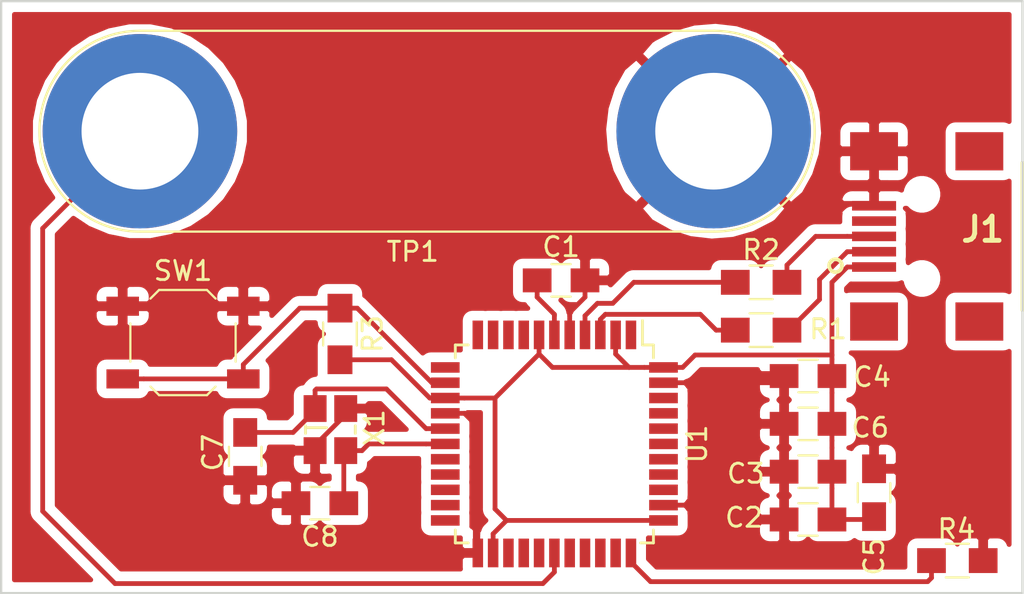
<source format=kicad_pcb>
(kicad_pcb (version 20171130) (host pcbnew "(5.1.4)-1")

  (general
    (thickness 1.6)
    (drawings 4)
    (tracks 106)
    (zones 0)
    (modules 17)
    (nets 39)
  )

  (page A4)
  (layers
    (0 F.Cu signal)
    (31 B.Cu signal)
    (32 B.Adhes user)
    (33 F.Adhes user)
    (34 B.Paste user)
    (35 F.Paste user)
    (36 B.SilkS user)
    (37 F.SilkS user)
    (38 B.Mask user)
    (39 F.Mask user)
    (40 Dwgs.User user)
    (41 Cmts.User user)
    (42 Eco1.User user)
    (43 Eco2.User user)
    (44 Edge.Cuts user)
    (45 Margin user)
    (46 B.CrtYd user)
    (47 F.CrtYd user)
    (48 B.Fab user)
    (49 F.Fab user)
  )

  (setup
    (last_trace_width 0.25)
    (trace_clearance 0.2)
    (zone_clearance 0.508)
    (zone_45_only no)
    (trace_min 0.2)
    (via_size 0.8)
    (via_drill 0.4)
    (via_min_size 0.4)
    (via_min_drill 0.3)
    (uvia_size 0.3)
    (uvia_drill 0.1)
    (uvias_allowed no)
    (uvia_min_size 0.2)
    (uvia_min_drill 0.1)
    (edge_width 0.05)
    (segment_width 0.2)
    (pcb_text_width 0.3)
    (pcb_text_size 1.5 1.5)
    (mod_edge_width 0.12)
    (mod_text_size 1 1)
    (mod_text_width 0.15)
    (pad_size 1.524 1.524)
    (pad_drill 0.762)
    (pad_to_mask_clearance 0.051)
    (solder_mask_min_width 0.25)
    (aux_axis_origin 0 0)
    (visible_elements 7FFFFFFF)
    (pcbplotparams
      (layerselection 0x010fc_ffffffff)
      (usegerberextensions true)
      (usegerberattributes false)
      (usegerberadvancedattributes false)
      (creategerberjobfile false)
      (excludeedgelayer true)
      (linewidth 0.100000)
      (plotframeref false)
      (viasonmask false)
      (mode 1)
      (useauxorigin true)
      (hpglpennumber 1)
      (hpglpenspeed 20)
      (hpglpendiameter 15.000000)
      (psnegative false)
      (psa4output false)
      (plotreference true)
      (plotvalue true)
      (plotinvisibletext false)
      (padsonsilk false)
      (subtractmaskfromsilk false)
      (outputformat 1)
      (mirror false)
      (drillshape 0)
      (scaleselection 1)
      (outputdirectory "gerber/"))
  )

  (net 0 "")
  (net 1 GND)
  (net 2 "Net-(C1-Pad1)")
  (net 3 VCC)
  (net 4 "Net-(C7-Pad1)")
  (net 5 "Net-(C8-Pad1)")
  (net 6 "Net-(J1-Pad4)")
  (net 7 "Net-(J1-Pad3)")
  (net 8 "Net-(J1-Pad2)")
  (net 9 "Net-(R1-Pad1)")
  (net 10 "Net-(R2-Pad1)")
  (net 11 "Net-(R3-Pad1)")
  (net 12 "Net-(R4-Pad2)")
  (net 13 "Net-(TP1-Pad1)")
  (net 14 "Net-(U1-Pad42)")
  (net 15 "Net-(U1-Pad41)")
  (net 16 "Net-(U1-Pad40)")
  (net 17 "Net-(U1-Pad39)")
  (net 18 "Net-(U1-Pad38)")
  (net 19 "Net-(U1-Pad37)")
  (net 20 "Net-(U1-Pad36)")
  (net 21 "Net-(U1-Pad32)")
  (net 22 "Net-(U1-Pad31)")
  (net 23 "Net-(U1-Pad30)")
  (net 24 "Net-(U1-Pad29)")
  (net 25 "Net-(U1-Pad27)")
  (net 26 "Net-(U1-Pad26)")
  (net 27 "Net-(U1-Pad25)")
  (net 28 "Net-(U1-Pad22)")
  (net 29 "Net-(U1-Pad21)")
  (net 30 "Net-(U1-Pad20)")
  (net 31 "Net-(U1-Pad19)")
  (net 32 "Net-(U1-Pad18)")
  (net 33 "Net-(U1-Pad12)")
  (net 34 "Net-(U1-Pad11)")
  (net 35 "Net-(U1-Pad10)")
  (net 36 "Net-(U1-Pad9)")
  (net 37 "Net-(U1-Pad8)")
  (net 38 "Net-(U1-Pad1)")

  (net_class Default "This is the default net class."
    (clearance 0.2)
    (trace_width 0.25)
    (via_dia 0.8)
    (via_drill 0.4)
    (uvia_dia 0.3)
    (uvia_drill 0.1)
    (add_net GND)
    (add_net "Net-(C1-Pad1)")
    (add_net "Net-(C7-Pad1)")
    (add_net "Net-(C8-Pad1)")
    (add_net "Net-(J1-Pad2)")
    (add_net "Net-(J1-Pad3)")
    (add_net "Net-(J1-Pad4)")
    (add_net "Net-(R1-Pad1)")
    (add_net "Net-(R2-Pad1)")
    (add_net "Net-(R3-Pad1)")
    (add_net "Net-(R4-Pad2)")
    (add_net "Net-(TP1-Pad1)")
    (add_net "Net-(U1-Pad1)")
    (add_net "Net-(U1-Pad10)")
    (add_net "Net-(U1-Pad11)")
    (add_net "Net-(U1-Pad12)")
    (add_net "Net-(U1-Pad18)")
    (add_net "Net-(U1-Pad19)")
    (add_net "Net-(U1-Pad20)")
    (add_net "Net-(U1-Pad21)")
    (add_net "Net-(U1-Pad22)")
    (add_net "Net-(U1-Pad25)")
    (add_net "Net-(U1-Pad26)")
    (add_net "Net-(U1-Pad27)")
    (add_net "Net-(U1-Pad29)")
    (add_net "Net-(U1-Pad30)")
    (add_net "Net-(U1-Pad31)")
    (add_net "Net-(U1-Pad32)")
    (add_net "Net-(U1-Pad36)")
    (add_net "Net-(U1-Pad37)")
    (add_net "Net-(U1-Pad38)")
    (add_net "Net-(U1-Pad39)")
    (add_net "Net-(U1-Pad40)")
    (add_net "Net-(U1-Pad41)")
    (add_net "Net-(U1-Pad42)")
    (add_net "Net-(U1-Pad8)")
    (add_net "Net-(U1-Pad9)")
    (add_net VCC)
  )

  (module oldstuff:crystal_FA238-TSX3225 (layer F.Cu) (tedit 5692FB8B) (tstamp 5E2E20D5)
    (at 75.2 120.45 270)
    (descr "crystal Epson Toyocom FA-238 and TSX-3225 series")
    (path /5D8101AD)
    (fp_text reference X1 (at -0.1 -2.3 90) (layer F.SilkS)
      (effects (font (size 1 1) (thickness 0.15)))
    )
    (fp_text value XTAL_GND (at 0.2 2.3 90) (layer F.Fab) hide
      (effects (font (size 1 1) (thickness 0.15)))
    )
    (fp_line (start -1.6 1.3) (end -1.6 -1.3) (layer F.Fab) (width 0.15))
    (fp_line (start 1.6 1.3) (end -1.6 1.3) (layer F.Fab) (width 0.15))
    (fp_line (start 1.6 -1.3) (end 1.6 1.3) (layer F.Fab) (width 0.15))
    (fp_line (start -1.6 -1.3) (end 1.6 -1.3) (layer F.Fab) (width 0.15))
    (fp_line (start -0.2 -1.3) (end 0.2 -1.3) (layer F.SilkS) (width 0.15))
    (fp_line (start -0.2 1.3) (end 0.2 1.3) (layer F.SilkS) (width 0.15))
    (fp_line (start -0.1 1.2) (end -0.1 0.2) (layer F.SilkS) (width 0.15))
    (pad 2 smd rect (at 1.1 -0.8 270) (size 1.4 1.2) (layers F.Cu F.Paste F.Mask)
      (net 5 "Net-(C8-Pad1)"))
    (pad 3 smd rect (at -1.1 -0.8 270) (size 1.4 1.2) (layers F.Cu F.Paste F.Mask)
      (net 1 GND))
    (pad 3 smd rect (at 1.1 0.8 270) (size 1.4 1.2) (layers F.Cu F.Paste F.Mask)
      (net 1 GND))
    (pad 1 smd rect (at -1.1 0.8 270) (size 1.4 1.2) (layers F.Cu F.Paste F.Mask)
      (net 4 "Net-(C7-Pad1)"))
    (model Crystals.3dshapes/crystal_FA238-TSX3225.wrl
      (at (xyz 0 0 0))
      (scale (xyz 0.24 0.24 0.24))
      (rotate (xyz 0 0 0))
    )
  )

  (module Package_QFP:TQFP-44_10x10mm_P0.8mm (layer F.Cu) (tedit 5A02F146) (tstamp 5E2E20C6)
    (at 86.9 121.2 270)
    (descr "44-Lead Plastic Thin Quad Flatpack (PT) - 10x10x1.0 mm Body [TQFP] (see Microchip Packaging Specification 00000049BS.pdf)")
    (tags "QFP 0.8")
    (path /5D80C139)
    (attr smd)
    (fp_text reference U1 (at 0 -7.45 90) (layer F.SilkS)
      (effects (font (size 1 1) (thickness 0.15)))
    )
    (fp_text value ATMEGA32U4 (at 0 7.45 90) (layer F.Fab)
      (effects (font (size 1 1) (thickness 0.15)))
    )
    (fp_line (start -5.175 -4.6) (end -6.45 -4.6) (layer F.SilkS) (width 0.15))
    (fp_line (start 5.175 -5.175) (end 4.5 -5.175) (layer F.SilkS) (width 0.15))
    (fp_line (start 5.175 5.175) (end 4.5 5.175) (layer F.SilkS) (width 0.15))
    (fp_line (start -5.175 5.175) (end -4.5 5.175) (layer F.SilkS) (width 0.15))
    (fp_line (start -5.175 -5.175) (end -4.5 -5.175) (layer F.SilkS) (width 0.15))
    (fp_line (start -5.175 5.175) (end -5.175 4.5) (layer F.SilkS) (width 0.15))
    (fp_line (start 5.175 5.175) (end 5.175 4.5) (layer F.SilkS) (width 0.15))
    (fp_line (start 5.175 -5.175) (end 5.175 -4.5) (layer F.SilkS) (width 0.15))
    (fp_line (start -5.175 -5.175) (end -5.175 -4.6) (layer F.SilkS) (width 0.15))
    (fp_line (start -6.7 6.7) (end 6.7 6.7) (layer F.CrtYd) (width 0.05))
    (fp_line (start -6.7 -6.7) (end 6.7 -6.7) (layer F.CrtYd) (width 0.05))
    (fp_line (start 6.7 -6.7) (end 6.7 6.7) (layer F.CrtYd) (width 0.05))
    (fp_line (start -6.7 -6.7) (end -6.7 6.7) (layer F.CrtYd) (width 0.05))
    (fp_line (start -5 -4) (end -4 -5) (layer F.Fab) (width 0.15))
    (fp_line (start -5 5) (end -5 -4) (layer F.Fab) (width 0.15))
    (fp_line (start 5 5) (end -5 5) (layer F.Fab) (width 0.15))
    (fp_line (start 5 -5) (end 5 5) (layer F.Fab) (width 0.15))
    (fp_line (start -4 -5) (end 5 -5) (layer F.Fab) (width 0.15))
    (fp_text user %R (at 0 0 90) (layer F.Fab)
      (effects (font (size 1 1) (thickness 0.15)))
    )
    (pad 44 smd rect (at -4 -5.7) (size 1.5 0.55) (layers F.Cu F.Paste F.Mask)
      (net 3 VCC))
    (pad 43 smd rect (at -3.2 -5.7) (size 1.5 0.55) (layers F.Cu F.Paste F.Mask)
      (net 1 GND))
    (pad 42 smd rect (at -2.4 -5.7) (size 1.5 0.55) (layers F.Cu F.Paste F.Mask)
      (net 14 "Net-(U1-Pad42)"))
    (pad 41 smd rect (at -1.6 -5.7) (size 1.5 0.55) (layers F.Cu F.Paste F.Mask)
      (net 15 "Net-(U1-Pad41)"))
    (pad 40 smd rect (at -0.8 -5.7) (size 1.5 0.55) (layers F.Cu F.Paste F.Mask)
      (net 16 "Net-(U1-Pad40)"))
    (pad 39 smd rect (at 0 -5.7) (size 1.5 0.55) (layers F.Cu F.Paste F.Mask)
      (net 17 "Net-(U1-Pad39)"))
    (pad 38 smd rect (at 0.8 -5.7) (size 1.5 0.55) (layers F.Cu F.Paste F.Mask)
      (net 18 "Net-(U1-Pad38)"))
    (pad 37 smd rect (at 1.6 -5.7) (size 1.5 0.55) (layers F.Cu F.Paste F.Mask)
      (net 19 "Net-(U1-Pad37)"))
    (pad 36 smd rect (at 2.4 -5.7) (size 1.5 0.55) (layers F.Cu F.Paste F.Mask)
      (net 20 "Net-(U1-Pad36)"))
    (pad 35 smd rect (at 3.2 -5.7) (size 1.5 0.55) (layers F.Cu F.Paste F.Mask)
      (net 1 GND))
    (pad 34 smd rect (at 4 -5.7) (size 1.5 0.55) (layers F.Cu F.Paste F.Mask)
      (net 3 VCC))
    (pad 33 smd rect (at 5.7 -4 270) (size 1.5 0.55) (layers F.Cu F.Paste F.Mask)
      (net 12 "Net-(R4-Pad2)"))
    (pad 32 smd rect (at 5.7 -3.2 270) (size 1.5 0.55) (layers F.Cu F.Paste F.Mask)
      (net 21 "Net-(U1-Pad32)"))
    (pad 31 smd rect (at 5.7 -2.4 270) (size 1.5 0.55) (layers F.Cu F.Paste F.Mask)
      (net 22 "Net-(U1-Pad31)"))
    (pad 30 smd rect (at 5.7 -1.6 270) (size 1.5 0.55) (layers F.Cu F.Paste F.Mask)
      (net 23 "Net-(U1-Pad30)"))
    (pad 29 smd rect (at 5.7 -0.8 270) (size 1.5 0.55) (layers F.Cu F.Paste F.Mask)
      (net 24 "Net-(U1-Pad29)"))
    (pad 28 smd rect (at 5.7 0 270) (size 1.5 0.55) (layers F.Cu F.Paste F.Mask)
      (net 13 "Net-(TP1-Pad1)"))
    (pad 27 smd rect (at 5.7 0.8 270) (size 1.5 0.55) (layers F.Cu F.Paste F.Mask)
      (net 25 "Net-(U1-Pad27)"))
    (pad 26 smd rect (at 5.7 1.6 270) (size 1.5 0.55) (layers F.Cu F.Paste F.Mask)
      (net 26 "Net-(U1-Pad26)"))
    (pad 25 smd rect (at 5.7 2.4 270) (size 1.5 0.55) (layers F.Cu F.Paste F.Mask)
      (net 27 "Net-(U1-Pad25)"))
    (pad 24 smd rect (at 5.7 3.2 270) (size 1.5 0.55) (layers F.Cu F.Paste F.Mask)
      (net 3 VCC))
    (pad 23 smd rect (at 5.7 4 270) (size 1.5 0.55) (layers F.Cu F.Paste F.Mask)
      (net 1 GND))
    (pad 22 smd rect (at 4 5.7) (size 1.5 0.55) (layers F.Cu F.Paste F.Mask)
      (net 28 "Net-(U1-Pad22)"))
    (pad 21 smd rect (at 3.2 5.7) (size 1.5 0.55) (layers F.Cu F.Paste F.Mask)
      (net 29 "Net-(U1-Pad21)"))
    (pad 20 smd rect (at 2.4 5.7) (size 1.5 0.55) (layers F.Cu F.Paste F.Mask)
      (net 30 "Net-(U1-Pad20)"))
    (pad 19 smd rect (at 1.6 5.7) (size 1.5 0.55) (layers F.Cu F.Paste F.Mask)
      (net 31 "Net-(U1-Pad19)"))
    (pad 18 smd rect (at 0.8 5.7) (size 1.5 0.55) (layers F.Cu F.Paste F.Mask)
      (net 32 "Net-(U1-Pad18)"))
    (pad 17 smd rect (at 0 5.7) (size 1.5 0.55) (layers F.Cu F.Paste F.Mask)
      (net 5 "Net-(C8-Pad1)"))
    (pad 16 smd rect (at -0.8 5.7) (size 1.5 0.55) (layers F.Cu F.Paste F.Mask)
      (net 4 "Net-(C7-Pad1)"))
    (pad 15 smd rect (at -1.6 5.7) (size 1.5 0.55) (layers F.Cu F.Paste F.Mask)
      (net 1 GND))
    (pad 14 smd rect (at -2.4 5.7) (size 1.5 0.55) (layers F.Cu F.Paste F.Mask)
      (net 3 VCC))
    (pad 13 smd rect (at -3.2 5.7) (size 1.5 0.55) (layers F.Cu F.Paste F.Mask)
      (net 11 "Net-(R3-Pad1)"))
    (pad 12 smd rect (at -4 5.7) (size 1.5 0.55) (layers F.Cu F.Paste F.Mask)
      (net 33 "Net-(U1-Pad12)"))
    (pad 11 smd rect (at -5.7 4 270) (size 1.5 0.55) (layers F.Cu F.Paste F.Mask)
      (net 34 "Net-(U1-Pad11)"))
    (pad 10 smd rect (at -5.7 3.2 270) (size 1.5 0.55) (layers F.Cu F.Paste F.Mask)
      (net 35 "Net-(U1-Pad10)"))
    (pad 9 smd rect (at -5.7 2.4 270) (size 1.5 0.55) (layers F.Cu F.Paste F.Mask)
      (net 36 "Net-(U1-Pad9)"))
    (pad 8 smd rect (at -5.7 1.6 270) (size 1.5 0.55) (layers F.Cu F.Paste F.Mask)
      (net 37 "Net-(U1-Pad8)"))
    (pad 7 smd rect (at -5.7 0.8 270) (size 1.5 0.55) (layers F.Cu F.Paste F.Mask)
      (net 3 VCC))
    (pad 6 smd rect (at -5.7 0 270) (size 1.5 0.55) (layers F.Cu F.Paste F.Mask)
      (net 2 "Net-(C1-Pad1)"))
    (pad 5 smd rect (at -5.7 -0.8 270) (size 1.5 0.55) (layers F.Cu F.Paste F.Mask)
      (net 1 GND))
    (pad 4 smd rect (at -5.7 -1.6 270) (size 1.5 0.55) (layers F.Cu F.Paste F.Mask)
      (net 10 "Net-(R2-Pad1)"))
    (pad 3 smd rect (at -5.7 -2.4 270) (size 1.5 0.55) (layers F.Cu F.Paste F.Mask)
      (net 9 "Net-(R1-Pad1)"))
    (pad 2 smd rect (at -5.7 -3.2 270) (size 1.5 0.55) (layers F.Cu F.Paste F.Mask)
      (net 3 VCC))
    (pad 1 smd rect (at -5.7 -4 270) (size 1.5 0.55) (layers F.Cu F.Paste F.Mask)
      (net 38 "Net-(U1-Pad1)"))
    (model ${KISYS3DMOD}/Package_QFP.3dshapes/TQFP-44_10x10mm_P0.8mm.wrl
      (at (xyz 0 0 0))
      (scale (xyz 1 1 1))
      (rotate (xyz 0 0 0))
    )
  )

  (module Connector:Banana_Jack_2Pin (layer F.Cu) (tedit 5A1AB217) (tstamp 5E2E2083)
    (at 65.25 104.85)
    (descr "Dual banana socket, footprint - 2 x 6mm drills")
    (tags "banana socket")
    (path /5E2E2500)
    (fp_text reference TP1 (at 14.25 6.3) (layer F.SilkS)
      (effects (font (size 1 1) (thickness 0.15)))
    )
    (fp_text value TestPoint_2Pole (at 14.985 6.29) (layer F.Fab)
      (effects (font (size 1 1) (thickness 0.15)))
    )
    (fp_arc (start 0 0) (end 0 5.25) (angle 180) (layer F.SilkS) (width 0.12))
    (fp_arc (start 30 0) (end 30 -5.25) (angle 180) (layer F.SilkS) (width 0.12))
    (fp_arc (start 30 0) (end 30 -5.5) (angle 180) (layer F.CrtYd) (width 0.05))
    (fp_arc (start 0 0) (end 0 5.5) (angle 180) (layer F.CrtYd) (width 0.05))
    (fp_circle (center 30 0) (end 34.75 0) (layer F.Fab) (width 0.1))
    (fp_circle (center 0 0) (end 4.75 0) (layer F.Fab) (width 0.1))
    (fp_circle (center 0 0) (end 2 0) (layer F.Fab) (width 0.1))
    (fp_circle (center 30 0) (end 32 0) (layer F.Fab) (width 0.1))
    (fp_line (start 30 -5.25) (end 0 -5.25) (layer F.SilkS) (width 0.12))
    (fp_line (start 0 5.25) (end 30 5.25) (layer F.SilkS) (width 0.12))
    (fp_line (start 0 5.5) (end 30 5.5) (layer F.CrtYd) (width 0.05))
    (fp_line (start 30 -5.5) (end 0 -5.5) (layer F.CrtYd) (width 0.05))
    (fp_text user %R (at 14.985 0) (layer F.Fab)
      (effects (font (size 1 1) (thickness 0.15)))
    )
    (pad 2 thru_hole circle (at 29.97 0) (size 10.16 10.16) (drill 6.1) (layers *.Cu *.Mask)
      (net 1 GND))
    (pad 1 thru_hole circle (at 0 0) (size 10.16 10.16) (drill 6.1) (layers *.Cu *.Mask)
      (net 13 "Net-(TP1-Pad1)"))
    (model ${KISYS3DMOD}/Connector.3dshapes/Banana_Jack_2Pin.wrl
      (offset (xyz 14.98599977493286 0 0))
      (scale (xyz 2 2 2))
      (rotate (xyz 0 0 0))
    )
  )

  (module Button_Switch_SMD:SW_SPST_TL3342 (layer F.Cu) (tedit 5A02FC95) (tstamp 5E2E2070)
    (at 67.5 115.9)
    (descr "Low-profile SMD Tactile Switch, https://www.e-switch.com/system/asset/product_line/data_sheet/165/TL3342.pdf")
    (tags "SPST Tactile Switch")
    (path /5D88AC71)
    (attr smd)
    (fp_text reference SW1 (at 0 -3.75) (layer F.SilkS)
      (effects (font (size 1 1) (thickness 0.15)))
    )
    (fp_text value SW_PUSH (at 0 3.75) (layer F.Fab)
      (effects (font (size 1 1) (thickness 0.15)))
    )
    (fp_circle (center 0 0) (end 1 0) (layer F.Fab) (width 0.1))
    (fp_line (start -4.25 3) (end -4.25 -3) (layer F.CrtYd) (width 0.05))
    (fp_line (start 4.25 3) (end -4.25 3) (layer F.CrtYd) (width 0.05))
    (fp_line (start 4.25 -3) (end 4.25 3) (layer F.CrtYd) (width 0.05))
    (fp_line (start -4.25 -3) (end 4.25 -3) (layer F.CrtYd) (width 0.05))
    (fp_line (start -1.2 -2.6) (end -2.6 -1.2) (layer F.Fab) (width 0.1))
    (fp_line (start 1.2 -2.6) (end -1.2 -2.6) (layer F.Fab) (width 0.1))
    (fp_line (start 2.6 -1.2) (end 1.2 -2.6) (layer F.Fab) (width 0.1))
    (fp_line (start 2.6 1.2) (end 2.6 -1.2) (layer F.Fab) (width 0.1))
    (fp_line (start 1.2 2.6) (end 2.6 1.2) (layer F.Fab) (width 0.1))
    (fp_line (start -1.2 2.6) (end 1.2 2.6) (layer F.Fab) (width 0.1))
    (fp_line (start -2.6 1.2) (end -1.2 2.6) (layer F.Fab) (width 0.1))
    (fp_line (start -2.6 -1.2) (end -2.6 1.2) (layer F.Fab) (width 0.1))
    (fp_line (start -1.25 -2.75) (end 1.25 -2.75) (layer F.SilkS) (width 0.12))
    (fp_line (start -2.75 -1) (end -2.75 1) (layer F.SilkS) (width 0.12))
    (fp_line (start -1.25 2.75) (end 1.25 2.75) (layer F.SilkS) (width 0.12))
    (fp_line (start 2.75 -1) (end 2.75 1) (layer F.SilkS) (width 0.12))
    (fp_line (start -2 1) (end -2 -1) (layer F.Fab) (width 0.1))
    (fp_line (start -1 2) (end -2 1) (layer F.Fab) (width 0.1))
    (fp_line (start 1 2) (end -1 2) (layer F.Fab) (width 0.1))
    (fp_line (start 2 1) (end 1 2) (layer F.Fab) (width 0.1))
    (fp_line (start 2 -1) (end 2 1) (layer F.Fab) (width 0.1))
    (fp_line (start 1 -2) (end 2 -1) (layer F.Fab) (width 0.1))
    (fp_line (start -1 -2) (end 1 -2) (layer F.Fab) (width 0.1))
    (fp_line (start -2 -1) (end -1 -2) (layer F.Fab) (width 0.1))
    (fp_line (start -1.7 -2.3) (end -1.25 -2.75) (layer F.SilkS) (width 0.12))
    (fp_line (start 1.7 -2.3) (end 1.25 -2.75) (layer F.SilkS) (width 0.12))
    (fp_line (start 1.7 2.3) (end 1.25 2.75) (layer F.SilkS) (width 0.12))
    (fp_line (start -1.7 2.3) (end -1.25 2.75) (layer F.SilkS) (width 0.12))
    (fp_line (start 3.2 1.6) (end 2.2 1.6) (layer F.Fab) (width 0.1))
    (fp_line (start 2.7 2.1) (end 2.7 1.6) (layer F.Fab) (width 0.1))
    (fp_line (start 1.7 2.1) (end 3.2 2.1) (layer F.Fab) (width 0.1))
    (fp_line (start -1.7 2.1) (end -3.2 2.1) (layer F.Fab) (width 0.1))
    (fp_line (start -3.2 1.6) (end -2.2 1.6) (layer F.Fab) (width 0.1))
    (fp_line (start -2.7 2.1) (end -2.7 1.6) (layer F.Fab) (width 0.1))
    (fp_line (start -3.2 -1.6) (end -2.2 -1.6) (layer F.Fab) (width 0.1))
    (fp_line (start -1.7 -2.1) (end -3.2 -2.1) (layer F.Fab) (width 0.1))
    (fp_line (start -2.7 -2.1) (end -2.7 -1.6) (layer F.Fab) (width 0.1))
    (fp_line (start 3.2 -1.6) (end 2.2 -1.6) (layer F.Fab) (width 0.1))
    (fp_line (start 1.7 -2.1) (end 3.2 -2.1) (layer F.Fab) (width 0.1))
    (fp_line (start 2.7 -2.1) (end 2.7 -1.6) (layer F.Fab) (width 0.1))
    (fp_line (start -3.2 -2.1) (end -3.2 -1.6) (layer F.Fab) (width 0.1))
    (fp_line (start -3.2 2.1) (end -3.2 1.6) (layer F.Fab) (width 0.1))
    (fp_line (start 3.2 -2.1) (end 3.2 -1.6) (layer F.Fab) (width 0.1))
    (fp_line (start 3.2 2.1) (end 3.2 1.6) (layer F.Fab) (width 0.1))
    (fp_text user %R (at 0 -3.75) (layer F.Fab)
      (effects (font (size 1 1) (thickness 0.15)))
    )
    (pad 2 smd rect (at 3.15 1.9) (size 1.7 1) (layers F.Cu F.Paste F.Mask)
      (net 11 "Net-(R3-Pad1)"))
    (pad 2 smd rect (at -3.15 1.9) (size 1.7 1) (layers F.Cu F.Paste F.Mask)
      (net 11 "Net-(R3-Pad1)"))
    (pad 1 smd rect (at 3.15 -1.9) (size 1.7 1) (layers F.Cu F.Paste F.Mask)
      (net 1 GND))
    (pad 1 smd rect (at -3.15 -1.9) (size 1.7 1) (layers F.Cu F.Paste F.Mask)
      (net 1 GND))
    (model ${KISYS3DMOD}/Button_Switch_SMD.3dshapes/SW_SPST_TL3342.wrl
      (at (xyz 0 0 0))
      (scale (xyz 1 1 1))
      (rotate (xyz 0 0 0))
    )
  )

  (module oldstuff:R_0805_HandSoldering (layer F.Cu) (tedit 58E0A804) (tstamp 5E2E203A)
    (at 107.95 127.3 180)
    (descr "Resistor SMD 0805, hand soldering")
    (tags "resistor 0805")
    (path /5D89B346)
    (attr smd)
    (fp_text reference R4 (at 0.05 1.65) (layer F.SilkS)
      (effects (font (size 1 1) (thickness 0.15)))
    )
    (fp_text value 10k (at 0 1.75) (layer F.Fab)
      (effects (font (size 1 1) (thickness 0.15)))
    )
    (fp_line (start 2.35 0.9) (end -2.35 0.9) (layer F.CrtYd) (width 0.05))
    (fp_line (start 2.35 0.9) (end 2.35 -0.9) (layer F.CrtYd) (width 0.05))
    (fp_line (start -2.35 -0.9) (end -2.35 0.9) (layer F.CrtYd) (width 0.05))
    (fp_line (start -2.35 -0.9) (end 2.35 -0.9) (layer F.CrtYd) (width 0.05))
    (fp_line (start -0.6 -0.88) (end 0.6 -0.88) (layer F.SilkS) (width 0.12))
    (fp_line (start 0.6 0.88) (end -0.6 0.88) (layer F.SilkS) (width 0.12))
    (fp_line (start -1 -0.62) (end 1 -0.62) (layer F.Fab) (width 0.1))
    (fp_line (start 1 -0.62) (end 1 0.62) (layer F.Fab) (width 0.1))
    (fp_line (start 1 0.62) (end -1 0.62) (layer F.Fab) (width 0.1))
    (fp_line (start -1 0.62) (end -1 -0.62) (layer F.Fab) (width 0.1))
    (fp_text user %R (at 0 0) (layer F.Fab)
      (effects (font (size 0.5 0.5) (thickness 0.075)))
    )
    (pad 2 smd rect (at 1.35 0 180) (size 1.5 1.3) (layers F.Cu F.Paste F.Mask)
      (net 12 "Net-(R4-Pad2)"))
    (pad 1 smd rect (at -1.35 0 180) (size 1.5 1.3) (layers F.Cu F.Paste F.Mask)
      (net 1 GND))
    (model ${KISYS3DMOD}/Resistors_SMD.3dshapes/R_0805.wrl
      (at (xyz 0 0 0))
      (scale (xyz 1 1 1))
      (rotate (xyz 0 0 0))
    )
  )

  (module oldstuff:R_0805_HandSoldering (layer F.Cu) (tedit 58E0A804) (tstamp 5E2E2029)
    (at 75.7 115.45 270)
    (descr "Resistor SMD 0805, hand soldering")
    (tags "resistor 0805")
    (path /5D88C4EA)
    (attr smd)
    (fp_text reference R3 (at 0 -1.7 90) (layer F.SilkS)
      (effects (font (size 1 1) (thickness 0.15)))
    )
    (fp_text value 10k (at 0 1.75 90) (layer F.Fab)
      (effects (font (size 1 1) (thickness 0.15)))
    )
    (fp_line (start 2.35 0.9) (end -2.35 0.9) (layer F.CrtYd) (width 0.05))
    (fp_line (start 2.35 0.9) (end 2.35 -0.9) (layer F.CrtYd) (width 0.05))
    (fp_line (start -2.35 -0.9) (end -2.35 0.9) (layer F.CrtYd) (width 0.05))
    (fp_line (start -2.35 -0.9) (end 2.35 -0.9) (layer F.CrtYd) (width 0.05))
    (fp_line (start -0.6 -0.88) (end 0.6 -0.88) (layer F.SilkS) (width 0.12))
    (fp_line (start 0.6 0.88) (end -0.6 0.88) (layer F.SilkS) (width 0.12))
    (fp_line (start -1 -0.62) (end 1 -0.62) (layer F.Fab) (width 0.1))
    (fp_line (start 1 -0.62) (end 1 0.62) (layer F.Fab) (width 0.1))
    (fp_line (start 1 0.62) (end -1 0.62) (layer F.Fab) (width 0.1))
    (fp_line (start -1 0.62) (end -1 -0.62) (layer F.Fab) (width 0.1))
    (fp_text user %R (at 0 0 90) (layer F.Fab)
      (effects (font (size 0.5 0.5) (thickness 0.075)))
    )
    (pad 2 smd rect (at 1.35 0 270) (size 1.5 1.3) (layers F.Cu F.Paste F.Mask)
      (net 3 VCC))
    (pad 1 smd rect (at -1.35 0 270) (size 1.5 1.3) (layers F.Cu F.Paste F.Mask)
      (net 11 "Net-(R3-Pad1)"))
    (model ${KISYS3DMOD}/Resistors_SMD.3dshapes/R_0805.wrl
      (at (xyz 0 0 0))
      (scale (xyz 1 1 1))
      (rotate (xyz 0 0 0))
    )
  )

  (module oldstuff:R_0805_HandSoldering (layer F.Cu) (tedit 58E0A804) (tstamp 5E2E2018)
    (at 97.7 112.75)
    (descr "Resistor SMD 0805, hand soldering")
    (tags "resistor 0805")
    (path /5D8AAC46)
    (attr smd)
    (fp_text reference R2 (at 0 -1.7) (layer F.SilkS)
      (effects (font (size 1 1) (thickness 0.15)))
    )
    (fp_text value 22 (at 0 1.75) (layer F.Fab)
      (effects (font (size 1 1) (thickness 0.15)))
    )
    (fp_line (start 2.35 0.9) (end -2.35 0.9) (layer F.CrtYd) (width 0.05))
    (fp_line (start 2.35 0.9) (end 2.35 -0.9) (layer F.CrtYd) (width 0.05))
    (fp_line (start -2.35 -0.9) (end -2.35 0.9) (layer F.CrtYd) (width 0.05))
    (fp_line (start -2.35 -0.9) (end 2.35 -0.9) (layer F.CrtYd) (width 0.05))
    (fp_line (start -0.6 -0.88) (end 0.6 -0.88) (layer F.SilkS) (width 0.12))
    (fp_line (start 0.6 0.88) (end -0.6 0.88) (layer F.SilkS) (width 0.12))
    (fp_line (start -1 -0.62) (end 1 -0.62) (layer F.Fab) (width 0.1))
    (fp_line (start 1 -0.62) (end 1 0.62) (layer F.Fab) (width 0.1))
    (fp_line (start 1 0.62) (end -1 0.62) (layer F.Fab) (width 0.1))
    (fp_line (start -1 0.62) (end -1 -0.62) (layer F.Fab) (width 0.1))
    (fp_text user %R (at 0 0) (layer F.Fab)
      (effects (font (size 0.5 0.5) (thickness 0.075)))
    )
    (pad 2 smd rect (at 1.35 0) (size 1.5 1.3) (layers F.Cu F.Paste F.Mask)
      (net 7 "Net-(J1-Pad3)"))
    (pad 1 smd rect (at -1.35 0) (size 1.5 1.3) (layers F.Cu F.Paste F.Mask)
      (net 10 "Net-(R2-Pad1)"))
    (model ${KISYS3DMOD}/Resistors_SMD.3dshapes/R_0805.wrl
      (at (xyz 0 0 0))
      (scale (xyz 1 1 1))
      (rotate (xyz 0 0 0))
    )
  )

  (module oldstuff:R_0805_HandSoldering (layer F.Cu) (tedit 58E0A804) (tstamp 5E2E2007)
    (at 97.7 115.25)
    (descr "Resistor SMD 0805, hand soldering")
    (tags "resistor 0805")
    (path /5D8AA2E0)
    (attr smd)
    (fp_text reference R1 (at 3.5 -0.05) (layer F.SilkS)
      (effects (font (size 1 1) (thickness 0.15)))
    )
    (fp_text value 22 (at 0 1.75) (layer F.Fab)
      (effects (font (size 1 1) (thickness 0.15)))
    )
    (fp_text user %R (at 0 0) (layer F.Fab)
      (effects (font (size 0.5 0.5) (thickness 0.075)))
    )
    (fp_line (start -1 0.62) (end -1 -0.62) (layer F.Fab) (width 0.1))
    (fp_line (start 1 0.62) (end -1 0.62) (layer F.Fab) (width 0.1))
    (fp_line (start 1 -0.62) (end 1 0.62) (layer F.Fab) (width 0.1))
    (fp_line (start -1 -0.62) (end 1 -0.62) (layer F.Fab) (width 0.1))
    (fp_line (start 0.6 0.88) (end -0.6 0.88) (layer F.SilkS) (width 0.12))
    (fp_line (start -0.6 -0.88) (end 0.6 -0.88) (layer F.SilkS) (width 0.12))
    (fp_line (start -2.35 -0.9) (end 2.35 -0.9) (layer F.CrtYd) (width 0.05))
    (fp_line (start -2.35 -0.9) (end -2.35 0.9) (layer F.CrtYd) (width 0.05))
    (fp_line (start 2.35 0.9) (end 2.35 -0.9) (layer F.CrtYd) (width 0.05))
    (fp_line (start 2.35 0.9) (end -2.35 0.9) (layer F.CrtYd) (width 0.05))
    (pad 1 smd rect (at -1.35 0) (size 1.5 1.3) (layers F.Cu F.Paste F.Mask)
      (net 9 "Net-(R1-Pad1)"))
    (pad 2 smd rect (at 1.35 0) (size 1.5 1.3) (layers F.Cu F.Paste F.Mask)
      (net 8 "Net-(J1-Pad2)"))
    (model ${KISYS3DMOD}/Resistors_SMD.3dshapes/R_0805.wrl
      (at (xyz 0 0 0))
      (scale (xyz 1 1 1))
      (rotate (xyz 0 0 0))
    )
  )

  (module SamacSys_Parts:1734035-2USB (layer F.Cu) (tedit 0) (tstamp 5E2E1FF6)
    (at 106.1 108.15 180)
    (descr 1734035-2)
    (tags Connector)
    (path /5D8A166F)
    (fp_text reference J1 (at -3.18 -1.831) (layer F.SilkS)
      (effects (font (size 1.27 1.27) (thickness 0.254)))
    )
    (fp_text value USB_mini_micro_B (at -3.18 -1.831) (layer F.SilkS) hide
      (effects (font (size 1.27 1.27) (thickness 0.254)))
    )
    (fp_circle (center 4.512 -3.731) (end 4.512 -3.39473) (layer F.SilkS) (width 0.2))
    (fp_line (start -5.25 -6.05) (end -5.25 1.65) (layer F.SilkS) (width 0.2))
    (fp_line (start -5.25 1.65) (end -5.25 -6.05) (layer F.Fab) (width 0.2))
    (fp_line (start 3.75 1.65) (end -5.25 1.65) (layer F.Fab) (width 0.2))
    (fp_line (start 3.75 -6.05) (end 3.75 1.65) (layer F.Fab) (width 0.2))
    (fp_line (start -5.25 -6.05) (end 3.75 -6.05) (layer F.Fab) (width 0.2))
    (fp_text user %R (at -3.18 -1.831) (layer F.Fab)
      (effects (font (size 1.27 1.27) (thickness 0.254)))
    )
    (pad 11 np_thru_hole circle (at 0 0 180) (size 0.9 0) (drill 0.9) (layers *.Cu *.Mask))
    (pad 10 np_thru_hole circle (at 0 -4.4 180) (size 0.9 0) (drill 0.9) (layers *.Cu *.Mask))
    (pad 9 smd rect (at 2.5 -6.65 270) (size 2 2.5) (layers F.Cu F.Paste F.Mask))
    (pad 8 smd rect (at -3 -6.65 270) (size 2 2.5) (layers F.Cu F.Paste F.Mask))
    (pad 7 smd rect (at -3 2.25 270) (size 2 2.5) (layers F.Cu F.Paste F.Mask))
    (pad 6 smd rect (at 2.5 2.25 270) (size 2 2.5) (layers F.Cu F.Paste F.Mask)
      (net 1 GND))
    (pad 5 smd rect (at 2.5 -0.6 270) (size 0.5 2.3) (layers F.Cu F.Paste F.Mask)
      (net 1 GND))
    (pad 4 smd rect (at 2.5 -1.4 270) (size 0.5 2.3) (layers F.Cu F.Paste F.Mask)
      (net 6 "Net-(J1-Pad4)"))
    (pad 3 smd rect (at 2.5 -2.2 270) (size 0.5 2.3) (layers F.Cu F.Paste F.Mask)
      (net 7 "Net-(J1-Pad3)"))
    (pad 2 smd rect (at 2.5 -3 270) (size 0.5 2.3) (layers F.Cu F.Paste F.Mask)
      (net 8 "Net-(J1-Pad2)"))
    (pad 1 smd rect (at 2.5 -3.8 270) (size 0.5 2.3) (layers F.Cu F.Paste F.Mask)
      (net 3 VCC))
    (model "C:\\Users\\Blackberry\\Documents\\ECAD models\\SamacSys_Parts.3dshapes\\1734035-4.stp"
      (at (xyz 0 0 0))
      (scale (xyz 1 1 1))
      (rotate (xyz 0 0 0))
    )
  )

  (module oldstuff:C_0805_HandSoldering (layer F.Cu) (tedit 58AA84A8) (tstamp 5E2E1FE0)
    (at 74.65 124.3 180)
    (descr "Capacitor SMD 0805, hand soldering")
    (tags "capacitor 0805")
    (path /5D816155)
    (attr smd)
    (fp_text reference C8 (at 0 -1.75) (layer F.SilkS)
      (effects (font (size 1 1) (thickness 0.15)))
    )
    (fp_text value 22p (at 0 1.75) (layer F.Fab)
      (effects (font (size 1 1) (thickness 0.15)))
    )
    (fp_line (start 2.25 0.87) (end -2.25 0.87) (layer F.CrtYd) (width 0.05))
    (fp_line (start 2.25 0.87) (end 2.25 -0.88) (layer F.CrtYd) (width 0.05))
    (fp_line (start -2.25 -0.88) (end -2.25 0.87) (layer F.CrtYd) (width 0.05))
    (fp_line (start -2.25 -0.88) (end 2.25 -0.88) (layer F.CrtYd) (width 0.05))
    (fp_line (start -0.5 0.85) (end 0.5 0.85) (layer F.SilkS) (width 0.12))
    (fp_line (start 0.5 -0.85) (end -0.5 -0.85) (layer F.SilkS) (width 0.12))
    (fp_line (start -1 -0.62) (end 1 -0.62) (layer F.Fab) (width 0.1))
    (fp_line (start 1 -0.62) (end 1 0.62) (layer F.Fab) (width 0.1))
    (fp_line (start 1 0.62) (end -1 0.62) (layer F.Fab) (width 0.1))
    (fp_line (start -1 0.62) (end -1 -0.62) (layer F.Fab) (width 0.1))
    (fp_text user %R (at 0 -1.75) (layer F.Fab)
      (effects (font (size 1 1) (thickness 0.15)))
    )
    (pad 2 smd rect (at 1.25 0 180) (size 1.5 1.25) (layers F.Cu F.Paste F.Mask)
      (net 1 GND))
    (pad 1 smd rect (at -1.25 0 180) (size 1.5 1.25) (layers F.Cu F.Paste F.Mask)
      (net 5 "Net-(C8-Pad1)"))
    (model Capacitors_SMD.3dshapes/C_0805.wrl
      (at (xyz 0 0 0))
      (scale (xyz 1 1 1))
      (rotate (xyz 0 0 0))
    )
  )

  (module oldstuff:C_0805_HandSoldering (layer F.Cu) (tedit 58AA84A8) (tstamp 5E2E1FCF)
    (at 70.75 121.85 270)
    (descr "Capacitor SMD 0805, hand soldering")
    (tags "capacitor 0805")
    (path /5D815AC7)
    (attr smd)
    (fp_text reference C7 (at -0.2 1.7 90) (layer F.SilkS)
      (effects (font (size 1 1) (thickness 0.15)))
    )
    (fp_text value 22p (at 0 1.75 90) (layer F.Fab)
      (effects (font (size 1 1) (thickness 0.15)))
    )
    (fp_text user %R (at 0 -1.75 90) (layer F.Fab)
      (effects (font (size 1 1) (thickness 0.15)))
    )
    (fp_line (start -1 0.62) (end -1 -0.62) (layer F.Fab) (width 0.1))
    (fp_line (start 1 0.62) (end -1 0.62) (layer F.Fab) (width 0.1))
    (fp_line (start 1 -0.62) (end 1 0.62) (layer F.Fab) (width 0.1))
    (fp_line (start -1 -0.62) (end 1 -0.62) (layer F.Fab) (width 0.1))
    (fp_line (start 0.5 -0.85) (end -0.5 -0.85) (layer F.SilkS) (width 0.12))
    (fp_line (start -0.5 0.85) (end 0.5 0.85) (layer F.SilkS) (width 0.12))
    (fp_line (start -2.25 -0.88) (end 2.25 -0.88) (layer F.CrtYd) (width 0.05))
    (fp_line (start -2.25 -0.88) (end -2.25 0.87) (layer F.CrtYd) (width 0.05))
    (fp_line (start 2.25 0.87) (end 2.25 -0.88) (layer F.CrtYd) (width 0.05))
    (fp_line (start 2.25 0.87) (end -2.25 0.87) (layer F.CrtYd) (width 0.05))
    (pad 1 smd rect (at -1.25 0 270) (size 1.5 1.25) (layers F.Cu F.Paste F.Mask)
      (net 4 "Net-(C7-Pad1)"))
    (pad 2 smd rect (at 1.25 0 270) (size 1.5 1.25) (layers F.Cu F.Paste F.Mask)
      (net 1 GND))
    (model Capacitors_SMD.3dshapes/C_0805.wrl
      (at (xyz 0 0 0))
      (scale (xyz 1 1 1))
      (rotate (xyz 0 0 0))
    )
  )

  (module oldstuff:C_0805_HandSoldering (layer F.Cu) (tedit 58AA84A8) (tstamp 5E2E1FBE)
    (at 100.15 120.15)
    (descr "Capacitor SMD 0805, hand soldering")
    (tags "capacitor 0805")
    (path /5D82DE61)
    (attr smd)
    (fp_text reference C6 (at 3.25 0.2) (layer F.SilkS)
      (effects (font (size 1 1) (thickness 0.15)))
    )
    (fp_text value 0.1u (at 0 1.75) (layer F.Fab)
      (effects (font (size 1 1) (thickness 0.15)))
    )
    (fp_line (start 2.25 0.87) (end -2.25 0.87) (layer F.CrtYd) (width 0.05))
    (fp_line (start 2.25 0.87) (end 2.25 -0.88) (layer F.CrtYd) (width 0.05))
    (fp_line (start -2.25 -0.88) (end -2.25 0.87) (layer F.CrtYd) (width 0.05))
    (fp_line (start -2.25 -0.88) (end 2.25 -0.88) (layer F.CrtYd) (width 0.05))
    (fp_line (start -0.5 0.85) (end 0.5 0.85) (layer F.SilkS) (width 0.12))
    (fp_line (start 0.5 -0.85) (end -0.5 -0.85) (layer F.SilkS) (width 0.12))
    (fp_line (start -1 -0.62) (end 1 -0.62) (layer F.Fab) (width 0.1))
    (fp_line (start 1 -0.62) (end 1 0.62) (layer F.Fab) (width 0.1))
    (fp_line (start 1 0.62) (end -1 0.62) (layer F.Fab) (width 0.1))
    (fp_line (start -1 0.62) (end -1 -0.62) (layer F.Fab) (width 0.1))
    (fp_text user %R (at 3.25 0.2) (layer F.Fab)
      (effects (font (size 1 1) (thickness 0.15)))
    )
    (pad 2 smd rect (at 1.25 0) (size 1.5 1.25) (layers F.Cu F.Paste F.Mask)
      (net 3 VCC))
    (pad 1 smd rect (at -1.25 0) (size 1.5 1.25) (layers F.Cu F.Paste F.Mask)
      (net 1 GND))
    (model Capacitors_SMD.3dshapes/C_0805.wrl
      (at (xyz 0 0 0))
      (scale (xyz 1 1 1))
      (rotate (xyz 0 0 0))
    )
  )

  (module oldstuff:C_0805_HandSoldering (layer F.Cu) (tedit 58AA84A8) (tstamp 5E2E1FAD)
    (at 103.6 123.75 270)
    (descr "Capacitor SMD 0805, hand soldering")
    (tags "capacitor 0805")
    (path /5D82E0E6)
    (attr smd)
    (fp_text reference C5 (at 3.35 0 90) (layer F.SilkS)
      (effects (font (size 1 1) (thickness 0.15)))
    )
    (fp_text value 0.1u (at 0 1.75 90) (layer F.Fab)
      (effects (font (size 1 1) (thickness 0.15)))
    )
    (fp_text user %R (at 3.35 0.05 90) (layer F.Fab)
      (effects (font (size 1 1) (thickness 0.15)))
    )
    (fp_line (start -1 0.62) (end -1 -0.62) (layer F.Fab) (width 0.1))
    (fp_line (start 1 0.62) (end -1 0.62) (layer F.Fab) (width 0.1))
    (fp_line (start 1 -0.62) (end 1 0.62) (layer F.Fab) (width 0.1))
    (fp_line (start -1 -0.62) (end 1 -0.62) (layer F.Fab) (width 0.1))
    (fp_line (start 0.5 -0.85) (end -0.5 -0.85) (layer F.SilkS) (width 0.12))
    (fp_line (start -0.5 0.85) (end 0.5 0.85) (layer F.SilkS) (width 0.12))
    (fp_line (start -2.25 -0.88) (end 2.25 -0.88) (layer F.CrtYd) (width 0.05))
    (fp_line (start -2.25 -0.88) (end -2.25 0.87) (layer F.CrtYd) (width 0.05))
    (fp_line (start 2.25 0.87) (end 2.25 -0.88) (layer F.CrtYd) (width 0.05))
    (fp_line (start 2.25 0.87) (end -2.25 0.87) (layer F.CrtYd) (width 0.05))
    (pad 1 smd rect (at -1.25 0 270) (size 1.5 1.25) (layers F.Cu F.Paste F.Mask)
      (net 1 GND))
    (pad 2 smd rect (at 1.25 0 270) (size 1.5 1.25) (layers F.Cu F.Paste F.Mask)
      (net 3 VCC))
    (model Capacitors_SMD.3dshapes/C_0805.wrl
      (at (xyz 0 0 0))
      (scale (xyz 1 1 1))
      (rotate (xyz 0 0 0))
    )
  )

  (module oldstuff:C_0805_HandSoldering (layer F.Cu) (tedit 58AA84A8) (tstamp 5E2E1F9C)
    (at 100.15 117.65)
    (descr "Capacitor SMD 0805, hand soldering")
    (tags "capacitor 0805")
    (path /5D82E785)
    (attr smd)
    (fp_text reference C4 (at 3.35 0.05) (layer F.SilkS)
      (effects (font (size 1 1) (thickness 0.15)))
    )
    (fp_text value 0.1u (at 0 1.75) (layer F.Fab)
      (effects (font (size 1 1) (thickness 0.15)))
    )
    (fp_line (start 2.25 0.87) (end -2.25 0.87) (layer F.CrtYd) (width 0.05))
    (fp_line (start 2.25 0.87) (end 2.25 -0.88) (layer F.CrtYd) (width 0.05))
    (fp_line (start -2.25 -0.88) (end -2.25 0.87) (layer F.CrtYd) (width 0.05))
    (fp_line (start -2.25 -0.88) (end 2.25 -0.88) (layer F.CrtYd) (width 0.05))
    (fp_line (start -0.5 0.85) (end 0.5 0.85) (layer F.SilkS) (width 0.12))
    (fp_line (start 0.5 -0.85) (end -0.5 -0.85) (layer F.SilkS) (width 0.12))
    (fp_line (start -1 -0.62) (end 1 -0.62) (layer F.Fab) (width 0.1))
    (fp_line (start 1 -0.62) (end 1 0.62) (layer F.Fab) (width 0.1))
    (fp_line (start 1 0.62) (end -1 0.62) (layer F.Fab) (width 0.1))
    (fp_line (start -1 0.62) (end -1 -0.62) (layer F.Fab) (width 0.1))
    (fp_text user %R (at 3.35 0.05) (layer F.Fab)
      (effects (font (size 1 1) (thickness 0.15)))
    )
    (pad 2 smd rect (at 1.25 0) (size 1.5 1.25) (layers F.Cu F.Paste F.Mask)
      (net 3 VCC))
    (pad 1 smd rect (at -1.25 0) (size 1.5 1.25) (layers F.Cu F.Paste F.Mask)
      (net 1 GND))
    (model Capacitors_SMD.3dshapes/C_0805.wrl
      (at (xyz 0 0 0))
      (scale (xyz 1 1 1))
      (rotate (xyz 0 0 0))
    )
  )

  (module oldstuff:C_0805_HandSoldering (layer F.Cu) (tedit 58AA84A8) (tstamp 5E2E1F8B)
    (at 100.15 122.65)
    (descr "Capacitor SMD 0805, hand soldering")
    (tags "capacitor 0805")
    (path /5D82EC7D)
    (attr smd)
    (fp_text reference C3 (at -3.25 0.1) (layer F.SilkS)
      (effects (font (size 1 1) (thickness 0.15)))
    )
    (fp_text value 0.1u (at -0.25 1.65) (layer F.Fab)
      (effects (font (size 1 1) (thickness 0.15)))
    )
    (fp_line (start 2.25 0.87) (end -2.25 0.87) (layer F.CrtYd) (width 0.05))
    (fp_line (start 2.25 0.87) (end 2.25 -0.88) (layer F.CrtYd) (width 0.05))
    (fp_line (start -2.25 -0.88) (end -2.25 0.87) (layer F.CrtYd) (width 0.05))
    (fp_line (start -2.25 -0.88) (end 2.25 -0.88) (layer F.CrtYd) (width 0.05))
    (fp_line (start -0.5 0.85) (end 0.5 0.85) (layer F.SilkS) (width 0.12))
    (fp_line (start 0.5 -0.85) (end -0.5 -0.85) (layer F.SilkS) (width 0.12))
    (fp_line (start -1 -0.62) (end 1 -0.62) (layer F.Fab) (width 0.1))
    (fp_line (start 1 -0.62) (end 1 0.62) (layer F.Fab) (width 0.1))
    (fp_line (start 1 0.62) (end -1 0.62) (layer F.Fab) (width 0.1))
    (fp_line (start -1 0.62) (end -1 -0.62) (layer F.Fab) (width 0.1))
    (fp_text user %R (at 0 -1.75) (layer F.Fab)
      (effects (font (size 1 1) (thickness 0.15)))
    )
    (pad 2 smd rect (at 1.25 0) (size 1.5 1.25) (layers F.Cu F.Paste F.Mask)
      (net 3 VCC))
    (pad 1 smd rect (at -1.25 0) (size 1.5 1.25) (layers F.Cu F.Paste F.Mask)
      (net 1 GND))
    (model Capacitors_SMD.3dshapes/C_0805.wrl
      (at (xyz 0 0 0))
      (scale (xyz 1 1 1))
      (rotate (xyz 0 0 0))
    )
  )

  (module oldstuff:C_0805_HandSoldering (layer F.Cu) (tedit 58AA84A8) (tstamp 5E2E1F7A)
    (at 100.15 125.15)
    (descr "Capacitor SMD 0805, hand soldering")
    (tags "capacitor 0805")
    (path /5D82EFC2)
    (attr smd)
    (fp_text reference C2 (at -3.35 -0.1) (layer F.SilkS)
      (effects (font (size 1 1) (thickness 0.15)))
    )
    (fp_text value 4.7u (at 0 1.75) (layer F.Fab)
      (effects (font (size 1 1) (thickness 0.15)))
    )
    (fp_line (start 2.25 0.87) (end -2.25 0.87) (layer F.CrtYd) (width 0.05))
    (fp_line (start 2.25 0.87) (end 2.25 -0.88) (layer F.CrtYd) (width 0.05))
    (fp_line (start -2.25 -0.88) (end -2.25 0.87) (layer F.CrtYd) (width 0.05))
    (fp_line (start -2.25 -0.88) (end 2.25 -0.88) (layer F.CrtYd) (width 0.05))
    (fp_line (start -0.5 0.85) (end 0.5 0.85) (layer F.SilkS) (width 0.12))
    (fp_line (start 0.5 -0.85) (end -0.5 -0.85) (layer F.SilkS) (width 0.12))
    (fp_line (start -1 -0.62) (end 1 -0.62) (layer F.Fab) (width 0.1))
    (fp_line (start 1 -0.62) (end 1 0.62) (layer F.Fab) (width 0.1))
    (fp_line (start 1 0.62) (end -1 0.62) (layer F.Fab) (width 0.1))
    (fp_line (start -1 0.62) (end -1 -0.62) (layer F.Fab) (width 0.1))
    (fp_text user %R (at 0 -1.75) (layer F.Fab)
      (effects (font (size 1 1) (thickness 0.15)))
    )
    (pad 2 smd rect (at 1.25 0) (size 1.5 1.25) (layers F.Cu F.Paste F.Mask)
      (net 3 VCC))
    (pad 1 smd rect (at -1.25 0) (size 1.5 1.25) (layers F.Cu F.Paste F.Mask)
      (net 1 GND))
    (model Capacitors_SMD.3dshapes/C_0805.wrl
      (at (xyz 0 0 0))
      (scale (xyz 1 1 1))
      (rotate (xyz 0 0 0))
    )
  )

  (module oldstuff:C_0805_HandSoldering (layer F.Cu) (tedit 58AA84A8) (tstamp 5E2E1F69)
    (at 87.25 112.65)
    (descr "Capacitor SMD 0805, hand soldering")
    (tags "capacitor 0805")
    (path /5D9011A9)
    (attr smd)
    (fp_text reference C1 (at 0 -1.75) (layer F.SilkS)
      (effects (font (size 1 1) (thickness 0.15)))
    )
    (fp_text value 1u (at 0 1.75) (layer F.Fab)
      (effects (font (size 1 1) (thickness 0.15)))
    )
    (fp_line (start 2.25 0.87) (end -2.25 0.87) (layer F.CrtYd) (width 0.05))
    (fp_line (start 2.25 0.87) (end 2.25 -0.88) (layer F.CrtYd) (width 0.05))
    (fp_line (start -2.25 -0.88) (end -2.25 0.87) (layer F.CrtYd) (width 0.05))
    (fp_line (start -2.25 -0.88) (end 2.25 -0.88) (layer F.CrtYd) (width 0.05))
    (fp_line (start -0.5 0.85) (end 0.5 0.85) (layer F.SilkS) (width 0.12))
    (fp_line (start 0.5 -0.85) (end -0.5 -0.85) (layer F.SilkS) (width 0.12))
    (fp_line (start -1 -0.62) (end 1 -0.62) (layer F.Fab) (width 0.1))
    (fp_line (start 1 -0.62) (end 1 0.62) (layer F.Fab) (width 0.1))
    (fp_line (start 1 0.62) (end -1 0.62) (layer F.Fab) (width 0.1))
    (fp_line (start -1 0.62) (end -1 -0.62) (layer F.Fab) (width 0.1))
    (fp_text user %R (at 0 -1.75) (layer F.Fab)
      (effects (font (size 1 1) (thickness 0.15)))
    )
    (pad 2 smd rect (at 1.25 0) (size 1.5 1.25) (layers F.Cu F.Paste F.Mask)
      (net 1 GND))
    (pad 1 smd rect (at -1.25 0) (size 1.5 1.25) (layers F.Cu F.Paste F.Mask)
      (net 2 "Net-(C1-Pad1)"))
    (model Capacitors_SMD.3dshapes/C_0805.wrl
      (at (xyz 0 0 0))
      (scale (xyz 1 1 1))
      (rotate (xyz 0 0 0))
    )
  )

  (gr_line (start 111.35 129) (end 111.35 98.05) (layer Edge.Cuts) (width 0.12) (tstamp 5E2E082B))
  (gr_line (start 58 98.05) (end 111.35 98.05) (layer Edge.Cuts) (width 0.12))
  (gr_line (start 58 129) (end 58 98.05) (layer Edge.Cuts) (width 0.12))
  (gr_line (start 111.35 129) (end 58 129) (layer Edge.Cuts) (width 0.12))

  (segment (start 87.7 114.5) (end 87.7 115.5) (width 0.25) (layer F.Cu) (net 1))
  (segment (start 87.7 114.325) (end 87.7 114.5) (width 0.25) (layer F.Cu) (net 1))
  (segment (start 88.5 113.525) (end 87.7 114.325) (width 0.25) (layer F.Cu) (net 1))
  (segment (start 88.5 112.65) (end 88.5 113.525) (width 0.25) (layer F.Cu) (net 1))
  (segment (start 98.6 122.35) (end 98.9 122.65) (width 0.25) (layer F.Cu) (net 1))
  (segment (start 82.9 125.9) (end 82.9 126.9) (width 0.25) (layer F.Cu) (net 1))
  (segment (start 82.9 120.3) (end 82.9 125.9) (width 0.25) (layer F.Cu) (net 1))
  (segment (start 82.2 119.6) (end 82.9 120.3) (width 0.25) (layer F.Cu) (net 1))
  (segment (start 81.2 119.6) (end 82.2 119.6) (width 0.25) (layer F.Cu) (net 1))
  (segment (start 98.55 118) (end 98.9 117.65) (width 0.25) (layer F.Cu) (net 1))
  (segment (start 92.6 118) (end 98.55 118) (width 0.25) (layer F.Cu) (net 1))
  (segment (start 76 119.664998) (end 76 119.35) (width 0.25) (layer F.Cu) (net 1))
  (segment (start 74.4 121.264998) (end 76 119.664998) (width 0.25) (layer F.Cu) (net 1))
  (segment (start 74.4 121.55) (end 74.4 121.264998) (width 0.25) (layer F.Cu) (net 1))
  (segment (start 92.6 124.4) (end 94.2 124.4) (width 0.25) (layer F.Cu) (net 1))
  (segment (start 86.9 114.5) (end 86.9 115.5) (width 0.25) (layer F.Cu) (net 2))
  (segment (start 86.9 114.425) (end 86.9 114.5) (width 0.25) (layer F.Cu) (net 2))
  (segment (start 86 113.525) (end 86.9 114.425) (width 0.25) (layer F.Cu) (net 2))
  (segment (start 86 112.65) (end 86 113.525) (width 0.25) (layer F.Cu) (net 2))
  (segment (start 82.2 118.8) (end 81.2 118.8) (width 0.25) (layer F.Cu) (net 3))
  (segment (start 83.8 118.8) (end 82.2 118.8) (width 0.25) (layer F.Cu) (net 3))
  (segment (start 86.1 116.5) (end 83.8 118.8) (width 0.25) (layer F.Cu) (net 3))
  (segment (start 86.1 115.5) (end 86.1 116.5) (width 0.25) (layer F.Cu) (net 3))
  (segment (start 91.6 117.2) (end 92.6 117.2) (width 0.25) (layer F.Cu) (net 3))
  (segment (start 90.8 117.2) (end 91.6 117.2) (width 0.25) (layer F.Cu) (net 3))
  (segment (start 90.1 116.5) (end 90.8 117.2) (width 0.25) (layer F.Cu) (net 3))
  (segment (start 90.1 115.5) (end 90.1 116.5) (width 0.25) (layer F.Cu) (net 3))
  (segment (start 83.7 125.9) (end 83.7 126.9) (width 0.25) (layer F.Cu) (net 3))
  (segment (start 84.4 125.2) (end 83.7 125.9) (width 0.25) (layer F.Cu) (net 3))
  (segment (start 92.6 125.2) (end 84.4 125.2) (width 0.25) (layer F.Cu) (net 3))
  (segment (start 83.8 124.6) (end 84.4 125.2) (width 0.25) (layer F.Cu) (net 3))
  (segment (start 83.8 118.8) (end 83.8 124.6) (width 0.25) (layer F.Cu) (net 3))
  (segment (start 86.8 117.2) (end 86.1 116.5) (width 0.25) (layer F.Cu) (net 3))
  (segment (start 90.8 117.2) (end 86.8 117.2) (width 0.25) (layer F.Cu) (net 3))
  (segment (start 101.4 116.775) (end 101.4 117.65) (width 0.25) (layer F.Cu) (net 3))
  (segment (start 102.2 111.95) (end 101.4 112.75) (width 0.25) (layer F.Cu) (net 3))
  (segment (start 103.6 111.95) (end 102.2 111.95) (width 0.25) (layer F.Cu) (net 3))
  (segment (start 101.4 118.525) (end 101.4 120.15) (width 0.25) (layer F.Cu) (net 3))
  (segment (start 101.4 117.65) (end 101.4 118.525) (width 0.25) (layer F.Cu) (net 3))
  (segment (start 101.4 120.15) (end 101.4 121.025) (width 0.25) (layer F.Cu) (net 3))
  (segment (start 101.4 123.525) (end 101.4 125.15) (width 0.25) (layer F.Cu) (net 3))
  (segment (start 101.4 122.65) (end 101.4 123.525) (width 0.25) (layer F.Cu) (net 3))
  (segment (start 80.389998 118.8) (end 81.2 118.8) (width 0.25) (layer F.Cu) (net 3))
  (segment (start 78.389998 116.8) (end 80.389998 118.8) (width 0.25) (layer F.Cu) (net 3))
  (segment (start 75.7 116.8) (end 78.389998 116.8) (width 0.25) (layer F.Cu) (net 3))
  (segment (start 101.4 121.025) (end 101.4 121.4) (width 0.25) (layer F.Cu) (net 3))
  (segment (start 101.4 121.4) (end 101.4 122.65) (width 0.25) (layer F.Cu) (net 3))
  (segment (start 103.45 125.15) (end 103.6 125) (width 0.25) (layer F.Cu) (net 3))
  (segment (start 101.4 125.15) (end 103.45 125.15) (width 0.25) (layer F.Cu) (net 3))
  (segment (start 94.25 116.55) (end 101.4 116.55) (width 0.25) (layer F.Cu) (net 3))
  (segment (start 93.6 117.2) (end 94.25 116.55) (width 0.25) (layer F.Cu) (net 3))
  (segment (start 92.6 117.2) (end 93.6 117.2) (width 0.25) (layer F.Cu) (net 3))
  (segment (start 101.4 112.75) (end 101.4 116.55) (width 0.25) (layer F.Cu) (net 3))
  (segment (start 101.4 116.55) (end 101.4 116.775) (width 0.25) (layer F.Cu) (net 3))
  (segment (start 80.2 120.4) (end 81.2 120.4) (width 0.25) (layer F.Cu) (net 4))
  (segment (start 78.124999 118.324999) (end 80.2 120.4) (width 0.25) (layer F.Cu) (net 4))
  (segment (start 74.475001 118.324999) (end 78.124999 118.324999) (width 0.25) (layer F.Cu) (net 4))
  (segment (start 74.4 118.4) (end 74.475001 118.324999) (width 0.25) (layer F.Cu) (net 4))
  (segment (start 74.4 119.35) (end 74.4 118.4) (width 0.25) (layer F.Cu) (net 4))
  (segment (start 74.4 119.45) (end 74.4 119.35) (width 0.25) (layer F.Cu) (net 4))
  (segment (start 73.25 120.6) (end 74.4 119.45) (width 0.25) (layer F.Cu) (net 4))
  (segment (start 70.75 120.6) (end 73.25 120.6) (width 0.25) (layer F.Cu) (net 4))
  (segment (start 80.2 121.2) (end 81.2 121.2) (width 0.25) (layer F.Cu) (net 5))
  (segment (start 77.2 121.2) (end 80.2 121.2) (width 0.25) (layer F.Cu) (net 5))
  (segment (start 76.85 121.55) (end 77.2 121.2) (width 0.25) (layer F.Cu) (net 5))
  (segment (start 76 121.55) (end 76.85 121.55) (width 0.25) (layer F.Cu) (net 5))
  (segment (start 75.9 121.65) (end 76 121.55) (width 0.25) (layer F.Cu) (net 5))
  (segment (start 75.9 124.3) (end 75.9 121.65) (width 0.25) (layer F.Cu) (net 5))
  (segment (start 102.2 110.35) (end 103.6 110.35) (width 0.25) (layer F.Cu) (net 7))
  (segment (start 100.55 110.35) (end 102.2 110.35) (width 0.25) (layer F.Cu) (net 7))
  (segment (start 99.05 111.85) (end 100.55 110.35) (width 0.25) (layer F.Cu) (net 7))
  (segment (start 99.05 112.75) (end 99.05 111.85) (width 0.25) (layer F.Cu) (net 7))
  (segment (start 99.15 115.25) (end 100.75 113.65) (width 0.25) (layer F.Cu) (net 8))
  (segment (start 99.05 115.25) (end 99.15 115.25) (width 0.25) (layer F.Cu) (net 8))
  (segment (start 102.2 111.15) (end 103.6 111.15) (width 0.25) (layer F.Cu) (net 8))
  (segment (start 100.75 112.6) (end 102.2 111.15) (width 0.25) (layer F.Cu) (net 8))
  (segment (start 100.75 113.65) (end 100.75 112.6) (width 0.25) (layer F.Cu) (net 8))
  (segment (start 95.35 115.25) (end 96.35 115.25) (width 0.25) (layer F.Cu) (net 9))
  (segment (start 94.524999 114.424999) (end 95.35 115.25) (width 0.25) (layer F.Cu) (net 9))
  (segment (start 89.564999 114.424999) (end 94.524999 114.424999) (width 0.25) (layer F.Cu) (net 9))
  (segment (start 89.3 114.689998) (end 89.564999 114.424999) (width 0.25) (layer F.Cu) (net 9))
  (segment (start 89.3 115.5) (end 89.3 114.689998) (width 0.25) (layer F.Cu) (net 9))
  (segment (start 88.5 114.5) (end 89.15 113.85) (width 0.25) (layer F.Cu) (net 10))
  (segment (start 88.5 115.5) (end 88.5 114.5) (width 0.25) (layer F.Cu) (net 10))
  (segment (start 89.15 113.85) (end 89.95 113.85) (width 0.25) (layer F.Cu) (net 10))
  (segment (start 91.05 112.75) (end 96.35 112.75) (width 0.25) (layer F.Cu) (net 10))
  (segment (start 89.95 113.85) (end 91.05 112.75) (width 0.25) (layer F.Cu) (net 10))
  (segment (start 80.5 118) (end 81.2 118) (width 0.25) (layer F.Cu) (net 11))
  (segment (start 76.6 114.1) (end 80.5 118) (width 0.25) (layer F.Cu) (net 11))
  (segment (start 75.7 114.1) (end 76.6 114.1) (width 0.25) (layer F.Cu) (net 11))
  (segment (start 70.65 117.05) (end 70.65 117.8) (width 0.25) (layer F.Cu) (net 11))
  (segment (start 73.6 114.1) (end 70.65 117.05) (width 0.25) (layer F.Cu) (net 11))
  (segment (start 75.7 114.1) (end 73.6 114.1) (width 0.25) (layer F.Cu) (net 11))
  (segment (start 65.45 117.8) (end 70.65 117.8) (width 0.25) (layer F.Cu) (net 11))
  (segment (start 64.35 117.8) (end 65.45 117.8) (width 0.25) (layer F.Cu) (net 11))
  (segment (start 106.6 128.2) (end 106.6 127.3) (width 0.25) (layer F.Cu) (net 12))
  (segment (start 106.4 128.4) (end 106.6 128.2) (width 0.25) (layer F.Cu) (net 12))
  (segment (start 91.925 128.4) (end 106.4 128.4) (width 0.25) (layer F.Cu) (net 12))
  (segment (start 90.9 127.375) (end 91.925 128.4) (width 0.25) (layer F.Cu) (net 12))
  (segment (start 90.9 126.9) (end 90.9 127.375) (width 0.25) (layer F.Cu) (net 12))
  (segment (start 60.170001 109.929999) (end 65.25 104.85) (width 0.25) (layer F.Cu) (net 13))
  (segment (start 60.170001 124.720001) (end 60.170001 109.929999) (width 0.25) (layer F.Cu) (net 13))
  (segment (start 63.95 128.5) (end 60.170001 124.720001) (width 0.25) (layer F.Cu) (net 13))
  (segment (start 86.3 128.5) (end 63.95 128.5) (width 0.25) (layer F.Cu) (net 13))
  (segment (start 86.9 127.9) (end 86.3 128.5) (width 0.25) (layer F.Cu) (net 13))
  (segment (start 86.9 126.9) (end 86.9 127.9) (width 0.25) (layer F.Cu) (net 13))

  (zone (net 1) (net_name GND) (layer F.Cu) (tstamp 5E2E2CFF) (hatch edge 0.508)
    (connect_pads (clearance 0.508))
    (min_thickness 0.254)
    (fill yes (arc_segments 32) (thermal_gap 0.508) (thermal_bridge_width 0.508))
    (polygon
      (pts
        (xy 58 129) (xy 111.35 129) (xy 111.35 98.05) (xy 58 98.05)
      )
    )
    (filled_polygon
      (pts
        (xy 110.655001 104.343008) (xy 110.59418 104.310498) (xy 110.474482 104.274188) (xy 110.35 104.261928) (xy 107.85 104.261928)
        (xy 107.725518 104.274188) (xy 107.60582 104.310498) (xy 107.495506 104.369463) (xy 107.398815 104.448815) (xy 107.319463 104.545506)
        (xy 107.260498 104.65582) (xy 107.224188 104.775518) (xy 107.211928 104.9) (xy 107.211928 106.9) (xy 107.224188 107.024482)
        (xy 107.260498 107.14418) (xy 107.319463 107.254494) (xy 107.398815 107.351185) (xy 107.495506 107.430537) (xy 107.60582 107.489502)
        (xy 107.725518 107.525812) (xy 107.85 107.538072) (xy 110.35 107.538072) (xy 110.474482 107.525812) (xy 110.59418 107.489502)
        (xy 110.655001 107.456992) (xy 110.655001 113.243008) (xy 110.59418 113.210498) (xy 110.474482 113.174188) (xy 110.35 113.161928)
        (xy 107.85 113.161928) (xy 107.725518 113.174188) (xy 107.60582 113.210498) (xy 107.495506 113.269463) (xy 107.398815 113.348815)
        (xy 107.319463 113.445506) (xy 107.260498 113.55582) (xy 107.224188 113.675518) (xy 107.211928 113.8) (xy 107.211928 115.8)
        (xy 107.224188 115.924482) (xy 107.260498 116.04418) (xy 107.319463 116.154494) (xy 107.398815 116.251185) (xy 107.495506 116.330537)
        (xy 107.60582 116.389502) (xy 107.725518 116.425812) (xy 107.85 116.438072) (xy 110.35 116.438072) (xy 110.474482 116.425812)
        (xy 110.59418 116.389502) (xy 110.655 116.356992) (xy 110.655 126.45691) (xy 110.639502 126.40582) (xy 110.580537 126.295506)
        (xy 110.501185 126.198815) (xy 110.404494 126.119463) (xy 110.29418 126.060498) (xy 110.174482 126.024188) (xy 110.05 126.011928)
        (xy 109.58575 126.015) (xy 109.427 126.17375) (xy 109.427 127.173) (xy 109.447 127.173) (xy 109.447 127.427)
        (xy 109.427 127.427) (xy 109.427 127.447) (xy 109.173 127.447) (xy 109.173 127.427) (xy 109.153 127.427)
        (xy 109.153 127.173) (xy 109.173 127.173) (xy 109.173 126.17375) (xy 109.01425 126.015) (xy 108.55 126.011928)
        (xy 108.425518 126.024188) (xy 108.30582 126.060498) (xy 108.195506 126.119463) (xy 108.098815 126.198815) (xy 108.019463 126.295506)
        (xy 107.960498 126.40582) (xy 107.95 126.440427) (xy 107.939502 126.40582) (xy 107.880537 126.295506) (xy 107.801185 126.198815)
        (xy 107.704494 126.119463) (xy 107.59418 126.060498) (xy 107.474482 126.024188) (xy 107.35 126.011928) (xy 105.85 126.011928)
        (xy 105.725518 126.024188) (xy 105.60582 126.060498) (xy 105.495506 126.119463) (xy 105.398815 126.198815) (xy 105.319463 126.295506)
        (xy 105.260498 126.40582) (xy 105.224188 126.525518) (xy 105.211928 126.65) (xy 105.211928 127.64) (xy 92.239802 127.64)
        (xy 91.813072 127.213271) (xy 91.813072 126.15) (xy 91.809038 126.109038) (xy 91.85 126.113072) (xy 93.35 126.113072)
        (xy 93.474482 126.100812) (xy 93.59418 126.064502) (xy 93.704494 126.005537) (xy 93.801185 125.926185) (xy 93.880537 125.829494)
        (xy 93.909665 125.775) (xy 97.511928 125.775) (xy 97.524188 125.899482) (xy 97.560498 126.01918) (xy 97.619463 126.129494)
        (xy 97.698815 126.226185) (xy 97.795506 126.305537) (xy 97.90582 126.364502) (xy 98.025518 126.400812) (xy 98.15 126.413072)
        (xy 98.61425 126.41) (xy 98.773 126.25125) (xy 98.773 125.277) (xy 97.67375 125.277) (xy 97.515 125.43575)
        (xy 97.511928 125.775) (xy 93.909665 125.775) (xy 93.939502 125.71918) (xy 93.975812 125.599482) (xy 93.988072 125.475)
        (xy 93.988072 124.925) (xy 93.975812 124.800518) (xy 93.975454 124.799337) (xy 93.985 124.68575) (xy 93.892917 124.593667)
        (xy 93.880537 124.570506) (xy 93.801185 124.473815) (xy 93.711241 124.4) (xy 93.801185 124.326185) (xy 93.880537 124.229494)
        (xy 93.892917 124.206333) (xy 93.985 124.11425) (xy 93.975454 124.000663) (xy 93.975812 123.999482) (xy 93.988072 123.875)
        (xy 93.988072 123.325) (xy 93.983148 123.275) (xy 97.511928 123.275) (xy 97.524188 123.399482) (xy 97.560498 123.51918)
        (xy 97.619463 123.629494) (xy 97.698815 123.726185) (xy 97.795506 123.805537) (xy 97.90582 123.864502) (xy 98.022841 123.9)
        (xy 97.90582 123.935498) (xy 97.795506 123.994463) (xy 97.698815 124.073815) (xy 97.619463 124.170506) (xy 97.560498 124.28082)
        (xy 97.524188 124.400518) (xy 97.511928 124.525) (xy 97.515 124.86425) (xy 97.67375 125.023) (xy 98.773 125.023)
        (xy 98.773 124.04875) (xy 98.62425 123.9) (xy 98.773 123.75125) (xy 98.773 122.777) (xy 97.67375 122.777)
        (xy 97.515 122.93575) (xy 97.511928 123.275) (xy 93.983148 123.275) (xy 93.975812 123.200518) (xy 93.975655 123.2)
        (xy 93.975812 123.199482) (xy 93.988072 123.075) (xy 93.988072 122.525) (xy 93.975812 122.400518) (xy 93.975655 122.4)
        (xy 93.975812 122.399482) (xy 93.988072 122.275) (xy 93.988072 121.725) (xy 93.975812 121.600518) (xy 93.975655 121.6)
        (xy 93.975812 121.599482) (xy 93.988072 121.475) (xy 93.988072 120.925) (xy 93.975812 120.800518) (xy 93.975655 120.8)
        (xy 93.975812 120.799482) (xy 93.978223 120.775) (xy 97.511928 120.775) (xy 97.524188 120.899482) (xy 97.560498 121.01918)
        (xy 97.619463 121.129494) (xy 97.698815 121.226185) (xy 97.795506 121.305537) (xy 97.90582 121.364502) (xy 98.022841 121.4)
        (xy 97.90582 121.435498) (xy 97.795506 121.494463) (xy 97.698815 121.573815) (xy 97.619463 121.670506) (xy 97.560498 121.78082)
        (xy 97.524188 121.900518) (xy 97.511928 122.025) (xy 97.515 122.36425) (xy 97.67375 122.523) (xy 98.773 122.523)
        (xy 98.773 121.54875) (xy 98.62425 121.4) (xy 98.773 121.25125) (xy 98.773 120.277) (xy 97.67375 120.277)
        (xy 97.515 120.43575) (xy 97.511928 120.775) (xy 93.978223 120.775) (xy 93.988072 120.675) (xy 93.988072 120.125)
        (xy 93.975812 120.000518) (xy 93.975655 120) (xy 93.975812 119.999482) (xy 93.988072 119.875) (xy 93.988072 119.325)
        (xy 93.975812 119.200518) (xy 93.975655 119.2) (xy 93.975812 119.199482) (xy 93.988072 119.075) (xy 93.988072 118.525)
        (xy 93.975812 118.400518) (xy 93.975454 118.399337) (xy 93.985 118.28575) (xy 93.97425 118.275) (xy 97.511928 118.275)
        (xy 97.524188 118.399482) (xy 97.560498 118.51918) (xy 97.619463 118.629494) (xy 97.698815 118.726185) (xy 97.795506 118.805537)
        (xy 97.90582 118.864502) (xy 98.022841 118.9) (xy 97.90582 118.935498) (xy 97.795506 118.994463) (xy 97.698815 119.073815)
        (xy 97.619463 119.170506) (xy 97.560498 119.28082) (xy 97.524188 119.400518) (xy 97.511928 119.525) (xy 97.515 119.86425)
        (xy 97.67375 120.023) (xy 98.773 120.023) (xy 98.773 119.04875) (xy 98.62425 118.9) (xy 98.773 118.75125)
        (xy 98.773 117.777) (xy 97.67375 117.777) (xy 97.515 117.93575) (xy 97.511928 118.275) (xy 93.97425 118.275)
        (xy 93.892917 118.193667) (xy 93.880537 118.170506) (xy 93.801185 118.073815) (xy 93.711241 118) (xy 93.787685 117.937264)
        (xy 93.892247 117.905546) (xy 94.024276 117.834974) (xy 94.140001 117.740001) (xy 94.163803 117.710998) (xy 94.564802 117.31)
        (xy 97.514509 117.31) (xy 97.515 117.36425) (xy 97.67375 117.523) (xy 98.773 117.523) (xy 98.773 117.503)
        (xy 99.027 117.503) (xy 99.027 117.523) (xy 99.047 117.523) (xy 99.047 117.777) (xy 99.027 117.777)
        (xy 99.027 118.75125) (xy 99.17575 118.9) (xy 99.027 119.04875) (xy 99.027 120.023) (xy 99.047 120.023)
        (xy 99.047 120.277) (xy 99.027 120.277) (xy 99.027 121.25125) (xy 99.17575 121.4) (xy 99.027 121.54875)
        (xy 99.027 122.523) (xy 99.047 122.523) (xy 99.047 122.777) (xy 99.027 122.777) (xy 99.027 123.75125)
        (xy 99.17575 123.9) (xy 99.027 124.04875) (xy 99.027 125.023) (xy 99.047 125.023) (xy 99.047 125.277)
        (xy 99.027 125.277) (xy 99.027 126.25125) (xy 99.18575 126.41) (xy 99.65 126.413072) (xy 99.774482 126.400812)
        (xy 99.89418 126.364502) (xy 100.004494 126.305537) (xy 100.101185 126.226185) (xy 100.15 126.166704) (xy 100.198815 126.226185)
        (xy 100.295506 126.305537) (xy 100.40582 126.364502) (xy 100.525518 126.400812) (xy 100.65 126.413072) (xy 102.15 126.413072)
        (xy 102.274482 126.400812) (xy 102.39418 126.364502) (xy 102.504494 126.305537) (xy 102.577731 126.245433) (xy 102.620506 126.280537)
        (xy 102.73082 126.339502) (xy 102.850518 126.375812) (xy 102.975 126.388072) (xy 104.225 126.388072) (xy 104.349482 126.375812)
        (xy 104.46918 126.339502) (xy 104.579494 126.280537) (xy 104.676185 126.201185) (xy 104.755537 126.104494) (xy 104.814502 125.99418)
        (xy 104.850812 125.874482) (xy 104.863072 125.75) (xy 104.863072 124.25) (xy 104.850812 124.125518) (xy 104.814502 124.00582)
        (xy 104.755537 123.895506) (xy 104.676185 123.798815) (xy 104.616704 123.75) (xy 104.676185 123.701185) (xy 104.755537 123.604494)
        (xy 104.814502 123.49418) (xy 104.850812 123.374482) (xy 104.863072 123.25) (xy 104.86 122.78575) (xy 104.70125 122.627)
        (xy 103.727 122.627) (xy 103.727 122.647) (xy 103.473 122.647) (xy 103.473 122.627) (xy 103.453 122.627)
        (xy 103.453 122.373) (xy 103.473 122.373) (xy 103.473 121.27375) (xy 103.727 121.27375) (xy 103.727 122.373)
        (xy 104.70125 122.373) (xy 104.86 122.21425) (xy 104.863072 121.75) (xy 104.850812 121.625518) (xy 104.814502 121.50582)
        (xy 104.755537 121.395506) (xy 104.676185 121.298815) (xy 104.579494 121.219463) (xy 104.46918 121.160498) (xy 104.349482 121.124188)
        (xy 104.225 121.111928) (xy 103.88575 121.115) (xy 103.727 121.27375) (xy 103.473 121.27375) (xy 103.31425 121.115)
        (xy 102.975 121.111928) (xy 102.850518 121.124188) (xy 102.73082 121.160498) (xy 102.620506 121.219463) (xy 102.523815 121.298815)
        (xy 102.444463 121.395506) (xy 102.416663 121.447516) (xy 102.39418 121.435498) (xy 102.277159 121.4) (xy 102.39418 121.364502)
        (xy 102.504494 121.305537) (xy 102.601185 121.226185) (xy 102.680537 121.129494) (xy 102.739502 121.01918) (xy 102.775812 120.899482)
        (xy 102.788072 120.775) (xy 102.788072 119.525) (xy 102.775812 119.400518) (xy 102.739502 119.28082) (xy 102.680537 119.170506)
        (xy 102.601185 119.073815) (xy 102.504494 118.994463) (xy 102.39418 118.935498) (xy 102.277159 118.9) (xy 102.39418 118.864502)
        (xy 102.504494 118.805537) (xy 102.601185 118.726185) (xy 102.680537 118.629494) (xy 102.739502 118.51918) (xy 102.775812 118.399482)
        (xy 102.788072 118.275) (xy 102.788072 117.025) (xy 102.775812 116.900518) (xy 102.739502 116.78082) (xy 102.680537 116.670506)
        (xy 102.601185 116.573815) (xy 102.504494 116.494463) (xy 102.398996 116.438072) (xy 104.85 116.438072) (xy 104.974482 116.425812)
        (xy 105.09418 116.389502) (xy 105.204494 116.330537) (xy 105.301185 116.251185) (xy 105.380537 116.154494) (xy 105.439502 116.04418)
        (xy 105.475812 115.924482) (xy 105.488072 115.8) (xy 105.488072 113.8) (xy 105.475812 113.675518) (xy 105.439502 113.55582)
        (xy 105.380537 113.445506) (xy 105.301185 113.348815) (xy 105.204494 113.269463) (xy 105.09418 113.210498) (xy 104.974482 113.174188)
        (xy 104.85 113.161928) (xy 102.35 113.161928) (xy 102.225518 113.174188) (xy 102.16 113.194063) (xy 102.16 113.064801)
        (xy 102.392402 112.832399) (xy 102.45 112.838072) (xy 104.75 112.838072) (xy 104.874482 112.825812) (xy 104.99418 112.789502)
        (xy 105.036847 112.766696) (xy 105.056696 112.866483) (xy 105.138485 113.06394) (xy 105.257225 113.241647) (xy 105.408353 113.392775)
        (xy 105.58606 113.511515) (xy 105.783517 113.593304) (xy 105.993137 113.635) (xy 106.206863 113.635) (xy 106.416483 113.593304)
        (xy 106.61394 113.511515) (xy 106.791647 113.392775) (xy 106.942775 113.241647) (xy 107.061515 113.06394) (xy 107.143304 112.866483)
        (xy 107.185 112.656863) (xy 107.185 112.443137) (xy 107.143304 112.233517) (xy 107.061515 112.03606) (xy 106.942775 111.858353)
        (xy 106.791647 111.707225) (xy 106.61394 111.588485) (xy 106.416483 111.506696) (xy 106.206863 111.465) (xy 105.993137 111.465)
        (xy 105.783517 111.506696) (xy 105.58606 111.588485) (xy 105.408353 111.707225) (xy 105.388072 111.727506) (xy 105.388072 111.7)
        (xy 105.375812 111.575518) (xy 105.368071 111.55) (xy 105.375812 111.524482) (xy 105.388072 111.4) (xy 105.388072 110.9)
        (xy 105.375812 110.775518) (xy 105.368071 110.75) (xy 105.375812 110.724482) (xy 105.388072 110.6) (xy 105.388072 110.1)
        (xy 105.375812 109.975518) (xy 105.368071 109.95) (xy 105.375812 109.924482) (xy 105.388072 109.8) (xy 105.388072 109.3)
        (xy 105.375812 109.175518) (xy 105.368289 109.150719) (xy 105.374428 109.131244) (xy 105.385 109.03175) (xy 105.230252 108.877002)
        (xy 105.29258 108.877002) (xy 105.408353 108.992775) (xy 105.58606 109.111515) (xy 105.783517 109.193304) (xy 105.993137 109.235)
        (xy 106.206863 109.235) (xy 106.416483 109.193304) (xy 106.61394 109.111515) (xy 106.791647 108.992775) (xy 106.942775 108.841647)
        (xy 107.061515 108.66394) (xy 107.143304 108.466483) (xy 107.185 108.256863) (xy 107.185 108.043137) (xy 107.143304 107.833517)
        (xy 107.061515 107.63606) (xy 106.942775 107.458353) (xy 106.791647 107.307225) (xy 106.61394 107.188485) (xy 106.416483 107.106696)
        (xy 106.206863 107.065) (xy 105.993137 107.065) (xy 105.783517 107.106696) (xy 105.58606 107.188485) (xy 105.408353 107.307225)
        (xy 105.257225 107.458353) (xy 105.138485 107.63606) (xy 105.056696 107.833517) (xy 105.036823 107.933423) (xy 104.987789 107.907892)
        (xy 104.867705 107.872878) (xy 104.743098 107.861965) (xy 103.88575 107.865) (xy 103.727 108.02375) (xy 103.727 108.627)
        (xy 103.747 108.627) (xy 103.747 108.661928) (xy 102.45 108.661928) (xy 102.325518 108.674188) (xy 102.20582 108.710498)
        (xy 102.095506 108.769463) (xy 101.998815 108.848815) (xy 101.978967 108.873) (xy 101.97375 108.873) (xy 101.815 109.03175)
        (xy 101.825572 109.131244) (xy 101.831711 109.150719) (xy 101.824188 109.175518) (xy 101.811928 109.3) (xy 101.811928 109.59)
        (xy 100.587322 109.59) (xy 100.549999 109.586324) (xy 100.512676 109.59) (xy 100.512667 109.59) (xy 100.401014 109.600997)
        (xy 100.257753 109.644454) (xy 100.125724 109.715026) (xy 100.009999 109.809999) (xy 99.986201 109.838997) (xy 98.538998 111.286201)
        (xy 98.51 111.309999) (xy 98.486202 111.338997) (xy 98.486201 111.338998) (xy 98.415026 111.425724) (xy 98.395674 111.461928)
        (xy 98.3 111.461928) (xy 98.175518 111.474188) (xy 98.05582 111.510498) (xy 97.945506 111.569463) (xy 97.848815 111.648815)
        (xy 97.769463 111.745506) (xy 97.710498 111.85582) (xy 97.7 111.890427) (xy 97.689502 111.85582) (xy 97.630537 111.745506)
        (xy 97.551185 111.648815) (xy 97.454494 111.569463) (xy 97.34418 111.510498) (xy 97.224482 111.474188) (xy 97.1 111.461928)
        (xy 95.6 111.461928) (xy 95.475518 111.474188) (xy 95.35582 111.510498) (xy 95.245506 111.569463) (xy 95.148815 111.648815)
        (xy 95.069463 111.745506) (xy 95.010498 111.85582) (xy 94.974188 111.975518) (xy 94.972762 111.99) (xy 91.087323 111.99)
        (xy 91.05 111.986324) (xy 91.012677 111.99) (xy 91.012667 111.99) (xy 90.901014 112.000997) (xy 90.785425 112.03606)
        (xy 90.757753 112.044454) (xy 90.625723 112.115026) (xy 90.592556 112.142246) (xy 90.509999 112.209999) (xy 90.486201 112.238997)
        (xy 89.837224 112.887974) (xy 89.72625 112.777) (xy 88.627 112.777) (xy 88.627 112.797) (xy 88.373 112.797)
        (xy 88.373 112.777) (xy 88.353 112.777) (xy 88.353 112.523) (xy 88.373 112.523) (xy 88.373 111.54875)
        (xy 88.627 111.54875) (xy 88.627 112.523) (xy 89.72625 112.523) (xy 89.885 112.36425) (xy 89.888072 112.025)
        (xy 89.875812 111.900518) (xy 89.839502 111.78082) (xy 89.780537 111.670506) (xy 89.701185 111.573815) (xy 89.604494 111.494463)
        (xy 89.49418 111.435498) (xy 89.374482 111.399188) (xy 89.25 111.386928) (xy 88.78575 111.39) (xy 88.627 111.54875)
        (xy 88.373 111.54875) (xy 88.21425 111.39) (xy 87.75 111.386928) (xy 87.625518 111.399188) (xy 87.50582 111.435498)
        (xy 87.395506 111.494463) (xy 87.298815 111.573815) (xy 87.25 111.633296) (xy 87.201185 111.573815) (xy 87.104494 111.494463)
        (xy 86.99418 111.435498) (xy 86.874482 111.399188) (xy 86.75 111.386928) (xy 85.25 111.386928) (xy 85.125518 111.399188)
        (xy 85.00582 111.435498) (xy 84.895506 111.494463) (xy 84.798815 111.573815) (xy 84.719463 111.670506) (xy 84.660498 111.78082)
        (xy 84.624188 111.900518) (xy 84.611928 112.025) (xy 84.611928 113.275) (xy 84.624188 113.399482) (xy 84.660498 113.51918)
        (xy 84.719463 113.629494) (xy 84.798815 113.726185) (xy 84.895506 113.805537) (xy 85.00582 113.864502) (xy 85.125518 113.900812)
        (xy 85.25 113.913072) (xy 85.345674 113.913072) (xy 85.365026 113.949276) (xy 85.427838 114.025812) (xy 85.46 114.065001)
        (xy 85.488998 114.088799) (xy 85.512127 114.111928) (xy 85.025 114.111928) (xy 84.900518 114.124188) (xy 84.9 114.124345)
        (xy 84.899482 114.124188) (xy 84.775 114.111928) (xy 84.225 114.111928) (xy 84.100518 114.124188) (xy 84.1 114.124345)
        (xy 84.099482 114.124188) (xy 83.975 114.111928) (xy 83.425 114.111928) (xy 83.300518 114.124188) (xy 83.3 114.124345)
        (xy 83.299482 114.124188) (xy 83.175 114.111928) (xy 82.625 114.111928) (xy 82.500518 114.124188) (xy 82.38082 114.160498)
        (xy 82.270506 114.219463) (xy 82.173815 114.298815) (xy 82.094463 114.395506) (xy 82.035498 114.50582) (xy 81.999188 114.625518)
        (xy 81.986928 114.75) (xy 81.986928 116.25) (xy 81.990962 116.290962) (xy 81.95 116.286928) (xy 80.45 116.286928)
        (xy 80.325518 116.299188) (xy 80.20582 116.335498) (xy 80.095506 116.394463) (xy 80.026168 116.451367) (xy 77.163804 113.589003)
        (xy 77.140001 113.559999) (xy 77.024276 113.465026) (xy 76.988072 113.445674) (xy 76.988072 113.35) (xy 76.975812 113.225518)
        (xy 76.939502 113.10582) (xy 76.880537 112.995506) (xy 76.801185 112.898815) (xy 76.704494 112.819463) (xy 76.59418 112.760498)
        (xy 76.474482 112.724188) (xy 76.35 112.711928) (xy 75.05 112.711928) (xy 74.925518 112.724188) (xy 74.80582 112.760498)
        (xy 74.695506 112.819463) (xy 74.598815 112.898815) (xy 74.519463 112.995506) (xy 74.460498 113.10582) (xy 74.424188 113.225518)
        (xy 74.412913 113.34) (xy 73.637322 113.34) (xy 73.599999 113.336324) (xy 73.562677 113.34) (xy 73.562667 113.34)
        (xy 73.451014 113.350997) (xy 73.313288 113.392775) (xy 73.307753 113.394454) (xy 73.175723 113.465026) (xy 73.102645 113.525)
        (xy 73.059999 113.559999) (xy 73.036201 113.588997) (xy 72.13789 114.487308) (xy 72.135 114.28575) (xy 71.97625 114.127)
        (xy 70.777 114.127) (xy 70.777 114.97625) (xy 70.93575 115.135) (xy 71.487196 115.138002) (xy 70.139003 116.486196)
        (xy 70.109999 116.509999) (xy 70.06484 116.565026) (xy 70.015026 116.625724) (xy 69.995674 116.661928) (xy 69.8 116.661928)
        (xy 69.675518 116.674188) (xy 69.55582 116.710498) (xy 69.445506 116.769463) (xy 69.348815 116.848815) (xy 69.269463 116.945506)
        (xy 69.218954 117.04) (xy 65.781046 117.04) (xy 65.730537 116.945506) (xy 65.651185 116.848815) (xy 65.554494 116.769463)
        (xy 65.44418 116.710498) (xy 65.324482 116.674188) (xy 65.2 116.661928) (xy 63.5 116.661928) (xy 63.375518 116.674188)
        (xy 63.25582 116.710498) (xy 63.145506 116.769463) (xy 63.048815 116.848815) (xy 62.969463 116.945506) (xy 62.910498 117.05582)
        (xy 62.874188 117.175518) (xy 62.861928 117.3) (xy 62.861928 118.3) (xy 62.874188 118.424482) (xy 62.910498 118.54418)
        (xy 62.969463 118.654494) (xy 63.048815 118.751185) (xy 63.145506 118.830537) (xy 63.25582 118.889502) (xy 63.375518 118.925812)
        (xy 63.5 118.938072) (xy 65.2 118.938072) (xy 65.324482 118.925812) (xy 65.44418 118.889502) (xy 65.554494 118.830537)
        (xy 65.651185 118.751185) (xy 65.730537 118.654494) (xy 65.781046 118.56) (xy 69.218954 118.56) (xy 69.269463 118.654494)
        (xy 69.348815 118.751185) (xy 69.445506 118.830537) (xy 69.55582 118.889502) (xy 69.675518 118.925812) (xy 69.8 118.938072)
        (xy 71.5 118.938072) (xy 71.624482 118.925812) (xy 71.74418 118.889502) (xy 71.854494 118.830537) (xy 71.951185 118.751185)
        (xy 72.030537 118.654494) (xy 72.089502 118.54418) (xy 72.125812 118.424482) (xy 72.138072 118.3) (xy 72.138072 117.3)
        (xy 72.125812 117.175518) (xy 72.089502 117.05582) (xy 72.030537 116.945506) (xy 71.951185 116.848815) (xy 71.937345 116.837457)
        (xy 73.914802 114.86) (xy 74.412913 114.86) (xy 74.424188 114.974482) (xy 74.460498 115.09418) (xy 74.519463 115.204494)
        (xy 74.598815 115.301185) (xy 74.695506 115.380537) (xy 74.80582 115.439502) (xy 74.840427 115.45) (xy 74.80582 115.460498)
        (xy 74.695506 115.519463) (xy 74.598815 115.598815) (xy 74.519463 115.695506) (xy 74.460498 115.80582) (xy 74.424188 115.925518)
        (xy 74.411928 116.05) (xy 74.411928 117.55) (xy 74.413638 117.567366) (xy 74.326015 117.575996) (xy 74.182754 117.619453)
        (xy 74.050725 117.690025) (xy 73.935 117.784998) (xy 73.9112 117.813998) (xy 73.888996 117.836203) (xy 73.86 117.859999)
        (xy 73.836202 117.888997) (xy 73.836201 117.888998) (xy 73.765026 117.975724) (xy 73.742656 118.017576) (xy 73.675518 118.024188)
        (xy 73.55582 118.060498) (xy 73.445506 118.119463) (xy 73.348815 118.198815) (xy 73.269463 118.295506) (xy 73.210498 118.40582)
        (xy 73.174188 118.525518) (xy 73.161928 118.65) (xy 73.161928 119.613271) (xy 72.935199 119.84) (xy 72.012087 119.84)
        (xy 72.000812 119.725518) (xy 71.964502 119.60582) (xy 71.905537 119.495506) (xy 71.826185 119.398815) (xy 71.729494 119.319463)
        (xy 71.61918 119.260498) (xy 71.499482 119.224188) (xy 71.375 119.211928) (xy 70.125 119.211928) (xy 70.000518 119.224188)
        (xy 69.88082 119.260498) (xy 69.770506 119.319463) (xy 69.673815 119.398815) (xy 69.594463 119.495506) (xy 69.535498 119.60582)
        (xy 69.499188 119.725518) (xy 69.486928 119.85) (xy 69.486928 121.35) (xy 69.499188 121.474482) (xy 69.535498 121.59418)
        (xy 69.594463 121.704494) (xy 69.673815 121.801185) (xy 69.733296 121.85) (xy 69.673815 121.898815) (xy 69.594463 121.995506)
        (xy 69.535498 122.10582) (xy 69.499188 122.225518) (xy 69.486928 122.35) (xy 69.49 122.81425) (xy 69.64875 122.973)
        (xy 70.623 122.973) (xy 70.623 122.953) (xy 70.877 122.953) (xy 70.877 122.973) (xy 71.85125 122.973)
        (xy 72.01 122.81425) (xy 72.013072 122.35) (xy 72.003224 122.25) (xy 73.161928 122.25) (xy 73.174188 122.374482)
        (xy 73.210498 122.49418) (xy 73.269463 122.604494) (xy 73.348815 122.701185) (xy 73.445506 122.780537) (xy 73.55582 122.839502)
        (xy 73.675518 122.875812) (xy 73.8 122.888072) (xy 74.11425 122.885) (xy 74.273 122.72625) (xy 74.273 121.677)
        (xy 73.32375 121.677) (xy 73.165 121.83575) (xy 73.161928 122.25) (xy 72.003224 122.25) (xy 72.000812 122.225518)
        (xy 71.964502 122.10582) (xy 71.905537 121.995506) (xy 71.826185 121.898815) (xy 71.766704 121.85) (xy 71.826185 121.801185)
        (xy 71.905537 121.704494) (xy 71.964502 121.59418) (xy 72.000812 121.474482) (xy 72.012087 121.36) (xy 73.212678 121.36)
        (xy 73.25 121.363676) (xy 73.263133 121.362383) (xy 73.32375 121.423) (xy 74.273 121.423) (xy 74.273 121.403)
        (xy 74.527 121.403) (xy 74.527 121.423) (xy 74.547 121.423) (xy 74.547 121.677) (xy 74.527 121.677)
        (xy 74.527 122.72625) (xy 74.68575 122.885) (xy 75 122.888072) (xy 75.124482 122.875812) (xy 75.140001 122.871105)
        (xy 75.14 123.037913) (xy 75.025518 123.049188) (xy 74.90582 123.085498) (xy 74.795506 123.144463) (xy 74.698815 123.223815)
        (xy 74.65 123.283296) (xy 74.601185 123.223815) (xy 74.504494 123.144463) (xy 74.39418 123.085498) (xy 74.274482 123.049188)
        (xy 74.15 123.036928) (xy 73.68575 123.04) (xy 73.527 123.19875) (xy 73.527 124.173) (xy 73.547 124.173)
        (xy 73.547 124.427) (xy 73.527 124.427) (xy 73.527 125.40125) (xy 73.68575 125.56) (xy 74.15 125.563072)
        (xy 74.274482 125.550812) (xy 74.39418 125.514502) (xy 74.504494 125.455537) (xy 74.601185 125.376185) (xy 74.65 125.316704)
        (xy 74.698815 125.376185) (xy 74.795506 125.455537) (xy 74.90582 125.514502) (xy 75.025518 125.550812) (xy 75.15 125.563072)
        (xy 76.65 125.563072) (xy 76.774482 125.550812) (xy 76.89418 125.514502) (xy 77.004494 125.455537) (xy 77.101185 125.376185)
        (xy 77.180537 125.279494) (xy 77.239502 125.16918) (xy 77.275812 125.049482) (xy 77.288072 124.925) (xy 77.288072 123.675)
        (xy 77.275812 123.550518) (xy 77.239502 123.43082) (xy 77.180537 123.320506) (xy 77.101185 123.223815) (xy 77.004494 123.144463)
        (xy 76.89418 123.085498) (xy 76.774482 123.049188) (xy 76.66 123.037913) (xy 76.66 122.882163) (xy 76.724482 122.875812)
        (xy 76.84418 122.839502) (xy 76.954494 122.780537) (xy 77.051185 122.701185) (xy 77.130537 122.604494) (xy 77.189502 122.49418)
        (xy 77.225812 122.374482) (xy 77.238072 122.25) (xy 77.238072 122.204326) (xy 77.274276 122.184974) (xy 77.390001 122.090001)
        (xy 77.413804 122.060997) (xy 77.514801 121.96) (xy 79.811928 121.96) (xy 79.811928 122.275) (xy 79.824188 122.399482)
        (xy 79.824345 122.4) (xy 79.824188 122.400518) (xy 79.811928 122.525) (xy 79.811928 123.075) (xy 79.824188 123.199482)
        (xy 79.824345 123.2) (xy 79.824188 123.200518) (xy 79.811928 123.325) (xy 79.811928 123.875) (xy 79.824188 123.999482)
        (xy 79.824345 124) (xy 79.824188 124.000518) (xy 79.811928 124.125) (xy 79.811928 124.675) (xy 79.824188 124.799482)
        (xy 79.824345 124.8) (xy 79.824188 124.800518) (xy 79.811928 124.925) (xy 79.811928 125.475) (xy 79.824188 125.599482)
        (xy 79.860498 125.71918) (xy 79.919463 125.829494) (xy 79.998815 125.926185) (xy 80.095506 126.005537) (xy 80.20582 126.064502)
        (xy 80.325518 126.100812) (xy 80.45 126.113072) (xy 81.95 126.113072) (xy 81.991064 126.109028) (xy 81.986936 126.153213)
        (xy 81.99 126.61425) (xy 82.14875 126.773) (xy 82.773 126.773) (xy 82.773 125.67375) (xy 82.61425 125.515)
        (xy 82.583881 125.517552) (xy 82.588072 125.475) (xy 82.588072 124.925) (xy 82.575812 124.800518) (xy 82.575655 124.8)
        (xy 82.575812 124.799482) (xy 82.588072 124.675) (xy 82.588072 124.125) (xy 82.575812 124.000518) (xy 82.575655 124)
        (xy 82.575812 123.999482) (xy 82.588072 123.875) (xy 82.588072 123.325) (xy 82.575812 123.200518) (xy 82.575655 123.2)
        (xy 82.575812 123.199482) (xy 82.588072 123.075) (xy 82.588072 122.525) (xy 82.575812 122.400518) (xy 82.575655 122.4)
        (xy 82.575812 122.399482) (xy 82.588072 122.275) (xy 82.588072 121.725) (xy 82.575812 121.600518) (xy 82.575655 121.6)
        (xy 82.575812 121.599482) (xy 82.588072 121.475) (xy 82.588072 120.925) (xy 82.575812 120.800518) (xy 82.575655 120.8)
        (xy 82.575812 120.799482) (xy 82.588072 120.675) (xy 82.588072 120.125) (xy 82.575812 120.000518) (xy 82.575454 119.999337)
        (xy 82.585 119.88575) (xy 82.492917 119.793667) (xy 82.480537 119.770506) (xy 82.401185 119.673815) (xy 82.311241 119.6)
        (xy 82.359981 119.56) (xy 83.04 119.56) (xy 83.040001 124.562668) (xy 83.036324 124.6) (xy 83.040001 124.637333)
        (xy 83.050998 124.748986) (xy 83.059109 124.775724) (xy 83.094454 124.892246) (xy 83.165026 125.024276) (xy 83.236201 125.111002)
        (xy 83.26 125.140001) (xy 83.288998 125.163799) (xy 83.325199 125.2) (xy 83.189002 125.336197) (xy 83.159999 125.359999)
        (xy 83.107249 125.424276) (xy 83.065026 125.475724) (xy 82.998876 125.599482) (xy 82.994454 125.607754) (xy 82.962737 125.712314)
        (xy 82.894463 125.795506) (xy 82.835498 125.90582) (xy 82.799188 126.025518) (xy 82.786928 126.15) (xy 82.786928 127.047)
        (xy 82.773 127.047) (xy 82.773 127.027) (xy 82.14875 127.027) (xy 81.99 127.18575) (xy 81.986936 127.646787)
        (xy 81.995643 127.74) (xy 64.264802 127.74) (xy 61.449802 124.925) (xy 72.011928 124.925) (xy 72.024188 125.049482)
        (xy 72.060498 125.16918) (xy 72.119463 125.279494) (xy 72.198815 125.376185) (xy 72.295506 125.455537) (xy 72.40582 125.514502)
        (xy 72.525518 125.550812) (xy 72.65 125.563072) (xy 73.11425 125.56) (xy 73.273 125.40125) (xy 73.273 124.427)
        (xy 72.17375 124.427) (xy 72.015 124.58575) (xy 72.011928 124.925) (xy 61.449802 124.925) (xy 60.930001 124.4052)
        (xy 60.930001 123.85) (xy 69.486928 123.85) (xy 69.499188 123.974482) (xy 69.535498 124.09418) (xy 69.594463 124.204494)
        (xy 69.673815 124.301185) (xy 69.770506 124.380537) (xy 69.88082 124.439502) (xy 70.000518 124.475812) (xy 70.125 124.488072)
        (xy 70.46425 124.485) (xy 70.623 124.32625) (xy 70.623 123.227) (xy 70.877 123.227) (xy 70.877 124.32625)
        (xy 71.03575 124.485) (xy 71.375 124.488072) (xy 71.499482 124.475812) (xy 71.61918 124.439502) (xy 71.729494 124.380537)
        (xy 71.826185 124.301185) (xy 71.905537 124.204494) (xy 71.964502 124.09418) (xy 72.000812 123.974482) (xy 72.013072 123.85)
        (xy 72.011915 123.675) (xy 72.011928 123.675) (xy 72.015 124.01425) (xy 72.17375 124.173) (xy 73.273 124.173)
        (xy 73.273 123.19875) (xy 73.11425 123.04) (xy 72.65 123.036928) (xy 72.525518 123.049188) (xy 72.40582 123.085498)
        (xy 72.295506 123.144463) (xy 72.198815 123.223815) (xy 72.119463 123.320506) (xy 72.060498 123.43082) (xy 72.024188 123.550518)
        (xy 72.011928 123.675) (xy 72.011915 123.675) (xy 72.01 123.38575) (xy 71.85125 123.227) (xy 70.877 123.227)
        (xy 70.623 123.227) (xy 69.64875 123.227) (xy 69.49 123.38575) (xy 69.486928 123.85) (xy 60.930001 123.85)
        (xy 60.930001 114.5) (xy 62.861928 114.5) (xy 62.874188 114.624482) (xy 62.910498 114.74418) (xy 62.969463 114.854494)
        (xy 63.048815 114.951185) (xy 63.145506 115.030537) (xy 63.25582 115.089502) (xy 63.375518 115.125812) (xy 63.5 115.138072)
        (xy 64.06425 115.135) (xy 64.223 114.97625) (xy 64.223 114.127) (xy 64.477 114.127) (xy 64.477 114.97625)
        (xy 64.63575 115.135) (xy 65.2 115.138072) (xy 65.324482 115.125812) (xy 65.44418 115.089502) (xy 65.554494 115.030537)
        (xy 65.651185 114.951185) (xy 65.730537 114.854494) (xy 65.789502 114.74418) (xy 65.825812 114.624482) (xy 65.838072 114.5)
        (xy 69.161928 114.5) (xy 69.174188 114.624482) (xy 69.210498 114.74418) (xy 69.269463 114.854494) (xy 69.348815 114.951185)
        (xy 69.445506 115.030537) (xy 69.55582 115.089502) (xy 69.675518 115.125812) (xy 69.8 115.138072) (xy 70.36425 115.135)
        (xy 70.523 114.97625) (xy 70.523 114.127) (xy 69.32375 114.127) (xy 69.165 114.28575) (xy 69.161928 114.5)
        (xy 65.838072 114.5) (xy 65.835 114.28575) (xy 65.67625 114.127) (xy 64.477 114.127) (xy 64.223 114.127)
        (xy 63.02375 114.127) (xy 62.865 114.28575) (xy 62.861928 114.5) (xy 60.930001 114.5) (xy 60.930001 113.5)
        (xy 62.861928 113.5) (xy 62.865 113.71425) (xy 63.02375 113.873) (xy 64.223 113.873) (xy 64.223 113.02375)
        (xy 64.477 113.02375) (xy 64.477 113.873) (xy 65.67625 113.873) (xy 65.835 113.71425) (xy 65.838072 113.5)
        (xy 69.161928 113.5) (xy 69.165 113.71425) (xy 69.32375 113.873) (xy 70.523 113.873) (xy 70.523 113.02375)
        (xy 70.777 113.02375) (xy 70.777 113.873) (xy 71.97625 113.873) (xy 72.135 113.71425) (xy 72.138072 113.5)
        (xy 72.125812 113.375518) (xy 72.089502 113.25582) (xy 72.030537 113.145506) (xy 71.951185 113.048815) (xy 71.854494 112.969463)
        (xy 71.74418 112.910498) (xy 71.624482 112.874188) (xy 71.5 112.861928) (xy 70.93575 112.865) (xy 70.777 113.02375)
        (xy 70.523 113.02375) (xy 70.36425 112.865) (xy 69.8 112.861928) (xy 69.675518 112.874188) (xy 69.55582 112.910498)
        (xy 69.445506 112.969463) (xy 69.348815 113.048815) (xy 69.269463 113.145506) (xy 69.210498 113.25582) (xy 69.174188 113.375518)
        (xy 69.161928 113.5) (xy 65.838072 113.5) (xy 65.825812 113.375518) (xy 65.789502 113.25582) (xy 65.730537 113.145506)
        (xy 65.651185 113.048815) (xy 65.554494 112.969463) (xy 65.44418 112.910498) (xy 65.324482 112.874188) (xy 65.2 112.861928)
        (xy 64.63575 112.865) (xy 64.477 113.02375) (xy 64.223 113.02375) (xy 64.06425 112.865) (xy 63.5 112.861928)
        (xy 63.375518 112.874188) (xy 63.25582 112.910498) (xy 63.145506 112.969463) (xy 63.048815 113.048815) (xy 62.969463 113.145506)
        (xy 62.910498 113.25582) (xy 62.874188 113.375518) (xy 62.861928 113.5) (xy 60.930001 113.5) (xy 60.930001 110.2448)
        (xy 61.774011 109.40079) (xy 62.542933 109.914567) (xy 63.582996 110.345375) (xy 64.687122 110.565) (xy 65.812878 110.565)
        (xy 66.917004 110.345375) (xy 67.957067 109.914567) (xy 68.8931 109.28913) (xy 69.295034 108.887196) (xy 91.362409 108.887196)
        (xy 91.948124 109.569416) (xy 92.931704 110.117045) (xy 94.003223 110.462265) (xy 95.121501 110.591808) (xy 96.243565 110.500697)
        (xy 97.326294 110.192433) (xy 98.328079 109.678863) (xy 98.491876 109.569416) (xy 99.077591 108.887196) (xy 95.22 105.029605)
        (xy 91.362409 108.887196) (xy 69.295034 108.887196) (xy 69.68913 108.4931) (xy 70.314567 107.557067) (xy 70.745375 106.517004)
        (xy 70.965 105.412878) (xy 70.965 104.751501) (xy 89.478192 104.751501) (xy 89.569303 105.873565) (xy 89.877567 106.956294)
        (xy 90.391137 107.958079) (xy 90.500584 108.121876) (xy 91.182804 108.707591) (xy 95.040395 104.85) (xy 95.399605 104.85)
        (xy 99.257196 108.707591) (xy 99.535971 108.46825) (xy 101.815 108.46825) (xy 101.97375 108.627) (xy 103.473 108.627)
        (xy 103.473 108.02375) (xy 103.31425 107.865) (xy 102.456902 107.861965) (xy 102.332295 107.872878) (xy 102.212211 107.907892)
        (xy 102.101266 107.965659) (xy 102.003722 108.043961) (xy 101.923328 108.139788) (xy 101.863174 108.249458) (xy 101.825572 108.368756)
        (xy 101.815 108.46825) (xy 99.535971 108.46825) (xy 99.939416 108.121876) (xy 100.487045 107.138296) (xy 100.563818 106.9)
        (xy 101.711928 106.9) (xy 101.724188 107.024482) (xy 101.760498 107.14418) (xy 101.819463 107.254494) (xy 101.898815 107.351185)
        (xy 101.995506 107.430537) (xy 102.10582 107.489502) (xy 102.225518 107.525812) (xy 102.35 107.538072) (xy 103.31425 107.535)
        (xy 103.473 107.37625) (xy 103.473 106.027) (xy 103.727 106.027) (xy 103.727 107.37625) (xy 103.88575 107.535)
        (xy 104.85 107.538072) (xy 104.974482 107.525812) (xy 105.09418 107.489502) (xy 105.204494 107.430537) (xy 105.301185 107.351185)
        (xy 105.380537 107.254494) (xy 105.439502 107.14418) (xy 105.475812 107.024482) (xy 105.488072 106.9) (xy 105.485 106.18575)
        (xy 105.32625 106.027) (xy 103.727 106.027) (xy 103.473 106.027) (xy 101.87375 106.027) (xy 101.715 106.18575)
        (xy 101.711928 106.9) (xy 100.563818 106.9) (xy 100.832265 106.066777) (xy 100.961808 104.948499) (xy 100.95787 104.9)
        (xy 101.711928 104.9) (xy 101.715 105.61425) (xy 101.87375 105.773) (xy 103.473 105.773) (xy 103.473 104.42375)
        (xy 103.727 104.42375) (xy 103.727 105.773) (xy 105.32625 105.773) (xy 105.485 105.61425) (xy 105.488072 104.9)
        (xy 105.475812 104.775518) (xy 105.439502 104.65582) (xy 105.380537 104.545506) (xy 105.301185 104.448815) (xy 105.204494 104.369463)
        (xy 105.09418 104.310498) (xy 104.974482 104.274188) (xy 104.85 104.261928) (xy 103.88575 104.265) (xy 103.727 104.42375)
        (xy 103.473 104.42375) (xy 103.31425 104.265) (xy 102.35 104.261928) (xy 102.225518 104.274188) (xy 102.10582 104.310498)
        (xy 101.995506 104.369463) (xy 101.898815 104.448815) (xy 101.819463 104.545506) (xy 101.760498 104.65582) (xy 101.724188 104.775518)
        (xy 101.711928 104.9) (xy 100.95787 104.9) (xy 100.870697 103.826435) (xy 100.562433 102.743706) (xy 100.048863 101.741921)
        (xy 99.939416 101.578124) (xy 99.257196 100.992409) (xy 95.399605 104.85) (xy 95.040395 104.85) (xy 91.182804 100.992409)
        (xy 90.500584 101.578124) (xy 89.952955 102.561704) (xy 89.607735 103.633223) (xy 89.478192 104.751501) (xy 70.965 104.751501)
        (xy 70.965 104.287122) (xy 70.745375 103.182996) (xy 70.314567 102.142933) (xy 69.68913 101.2069) (xy 69.295034 100.812804)
        (xy 91.362409 100.812804) (xy 95.22 104.670395) (xy 99.077591 100.812804) (xy 98.491876 100.130584) (xy 97.508296 99.582955)
        (xy 96.436777 99.237735) (xy 95.318499 99.108192) (xy 94.196435 99.199303) (xy 93.113706 99.507567) (xy 92.111921 100.021137)
        (xy 91.948124 100.130584) (xy 91.362409 100.812804) (xy 69.295034 100.812804) (xy 68.8931 100.41087) (xy 67.957067 99.785433)
        (xy 66.917004 99.354625) (xy 65.812878 99.135) (xy 64.687122 99.135) (xy 63.582996 99.354625) (xy 62.542933 99.785433)
        (xy 61.6069 100.41087) (xy 60.81087 101.2069) (xy 60.185433 102.142933) (xy 59.754625 103.182996) (xy 59.535 104.287122)
        (xy 59.535 105.412878) (xy 59.754625 106.517004) (xy 60.185433 107.557067) (xy 60.69921 108.325989) (xy 59.658999 109.3662)
        (xy 59.630001 109.389998) (xy 59.606203 109.418996) (xy 59.606202 109.418997) (xy 59.535027 109.505723) (xy 59.464455 109.637753)
        (xy 59.420999 109.781014) (xy 59.406325 109.929999) (xy 59.410002 109.967331) (xy 59.410001 124.682679) (xy 59.406325 124.720001)
        (xy 59.410001 124.757323) (xy 59.410001 124.757333) (xy 59.420998 124.868986) (xy 59.441015 124.934974) (xy 59.464455 125.012247)
        (xy 59.535027 125.144277) (xy 59.54075 125.15125) (xy 59.63 125.260002) (xy 59.659004 125.283805) (xy 62.680198 128.305)
        (xy 58.695 128.305) (xy 58.695 98.745) (xy 110.655001 98.745)
      )
    )
    (filled_polygon
      (pts
        (xy 79.165198 120.44) (xy 77.237325 120.44) (xy 77.2 120.436324) (xy 77.162675 120.44) (xy 77.162667 120.44)
        (xy 77.09601 120.446565) (xy 77.130537 120.404494) (xy 77.189502 120.29418) (xy 77.225812 120.174482) (xy 77.238072 120.05)
        (xy 77.235 119.63575) (xy 77.07625 119.477) (xy 76.127 119.477) (xy 76.127 119.497) (xy 75.873 119.497)
        (xy 75.873 119.477) (xy 75.853 119.477) (xy 75.853 119.223) (xy 75.873 119.223) (xy 75.873 119.203)
        (xy 76.127 119.203) (xy 76.127 119.223) (xy 77.07625 119.223) (xy 77.214251 119.084999) (xy 77.810198 119.084999)
      )
    )
    (filled_polygon
      (pts
        (xy 87.298815 113.726185) (xy 87.395506 113.805537) (xy 87.50582 113.864502) (xy 87.625518 113.900812) (xy 87.75 113.913072)
        (xy 88.013873 113.911326) (xy 87.988998 113.936201) (xy 87.96 113.959999) (xy 87.936202 113.988997) (xy 87.936201 113.988998)
        (xy 87.865026 114.075724) (xy 87.794454 114.207754) (xy 87.773748 114.276015) (xy 87.762738 114.312313) (xy 87.7 114.388759)
        (xy 87.654667 114.33352) (xy 87.649003 114.276014) (xy 87.605546 114.132753) (xy 87.534974 114.000724) (xy 87.440001 113.884999)
        (xy 87.411002 113.8612) (xy 87.234902 113.6851) (xy 87.25 113.666704)
      )
    )
  )
)

</source>
